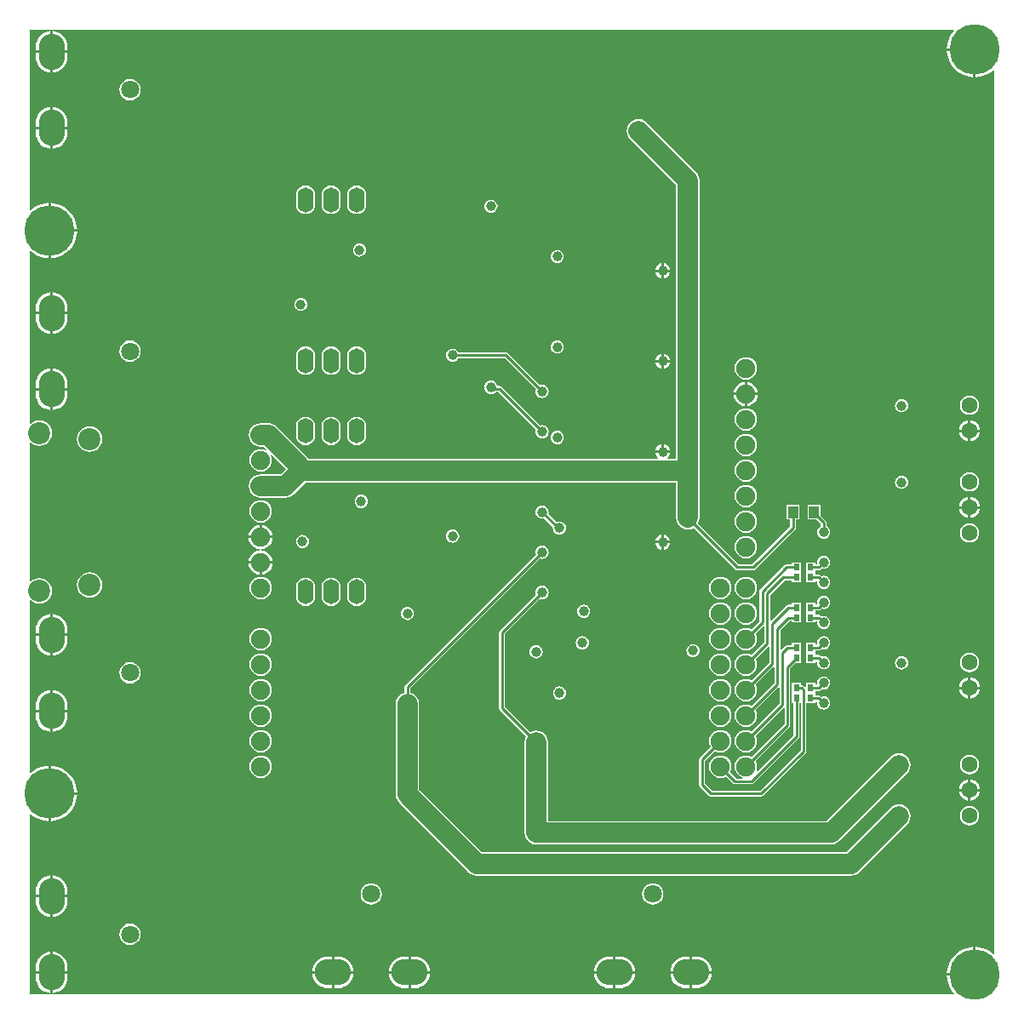
<source format=gtl>
G04*
G04 #@! TF.GenerationSoftware,Altium Limited,Altium Designer,19.0.10 (269)*
G04*
G04 Layer_Physical_Order=1*
G04 Layer_Color=255*
%FSLAX25Y25*%
%MOIN*%
G70*
G01*
G75*
%ADD13C,0.01000*%
%ADD15R,0.02362X0.02756*%
%ADD16R,0.03937X0.04724*%
%ADD17C,0.03937*%
%ADD18C,0.08661*%
%ADD19O,0.06299X0.09843*%
%ADD20C,0.07087*%
%ADD21O,0.14173X0.10236*%
%ADD22O,0.10236X0.14173*%
%ADD23C,0.07500*%
%ADD24C,0.06299*%
%ADD25C,0.19685*%
%ADD26C,0.07874*%
G36*
X369992Y385327D02*
X369154Y384346D01*
X368262Y382890D01*
X367609Y381314D01*
X367211Y379654D01*
X367116Y378453D01*
X377953D01*
Y377953D01*
X378453D01*
Y367116D01*
X379654Y367211D01*
X381314Y367609D01*
X382890Y368262D01*
X384346Y369154D01*
X385327Y369992D01*
X385827Y369761D01*
X385827Y23939D01*
X385327Y23709D01*
X384346Y24547D01*
X382890Y25439D01*
X381314Y26092D01*
X379654Y26490D01*
X378453Y26585D01*
Y15748D01*
X377953D01*
Y15248D01*
X367116D01*
X367211Y14047D01*
X367609Y12387D01*
X368262Y10810D01*
X369154Y9355D01*
X369992Y8374D01*
X369761Y7874D01*
X7874Y7874D01*
Y78423D01*
X8374Y78653D01*
X9355Y77815D01*
X10810Y76924D01*
X12387Y76270D01*
X14047Y75872D01*
X15248Y75778D01*
Y86614D01*
Y97451D01*
X14047Y97356D01*
X12387Y96958D01*
X10810Y96305D01*
X9355Y95413D01*
X8374Y94575D01*
X7874Y94806D01*
Y162220D01*
X8374Y162359D01*
X9321Y161632D01*
X10522Y161135D01*
X11811Y160965D01*
X13100Y161135D01*
X14301Y161632D01*
X15332Y162424D01*
X16124Y163455D01*
X16621Y164656D01*
X16791Y165945D01*
X16621Y167234D01*
X16124Y168435D01*
X15332Y169466D01*
X14301Y170257D01*
X13100Y170755D01*
X11811Y170924D01*
X10522Y170755D01*
X9321Y170257D01*
X8374Y169530D01*
X7874Y169669D01*
X7874Y224031D01*
X8374Y224170D01*
X9321Y223443D01*
X10522Y222946D01*
X11811Y222776D01*
X13100Y222946D01*
X14301Y223443D01*
X15332Y224235D01*
X16124Y225266D01*
X16621Y226467D01*
X16791Y227756D01*
X16621Y229045D01*
X16124Y230246D01*
X15332Y231277D01*
X14301Y232068D01*
X13100Y232566D01*
X11811Y232735D01*
X10522Y232566D01*
X9321Y232068D01*
X8374Y231342D01*
X7874Y231481D01*
Y298895D01*
X8374Y299126D01*
X9355Y298288D01*
X10810Y297396D01*
X12387Y296743D01*
X14047Y296344D01*
X15248Y296250D01*
Y307087D01*
Y317923D01*
X14047Y317829D01*
X12387Y317430D01*
X10810Y316777D01*
X9355Y315885D01*
X8374Y315048D01*
X7874Y315278D01*
Y385827D01*
X369761Y385827D01*
X369992Y385327D01*
D02*
G37*
%LPC*%
G36*
X17035Y385232D02*
Y377665D01*
X22683D01*
Y379134D01*
X22565Y380333D01*
X22215Y381487D01*
X21647Y382549D01*
X20883Y383481D01*
X19951Y384245D01*
X18888Y384814D01*
X17735Y385163D01*
X17035Y385232D01*
D02*
G37*
G36*
X16035Y385232D02*
X15336Y385163D01*
X14183Y384814D01*
X13120Y384245D01*
X12188Y383481D01*
X11424Y382549D01*
X10856Y381487D01*
X10506Y380333D01*
X10388Y379134D01*
Y377665D01*
X16035D01*
Y385232D01*
D02*
G37*
G36*
Y376665D02*
X10388D01*
Y375197D01*
X10506Y373997D01*
X10856Y372844D01*
X11424Y371781D01*
X12188Y370850D01*
X13120Y370085D01*
X14183Y369517D01*
X15336Y369167D01*
X16035Y369098D01*
Y376665D01*
D02*
G37*
G36*
X22683D02*
X17035D01*
Y369098D01*
X17735Y369167D01*
X18888Y369517D01*
X19951Y370085D01*
X20883Y370850D01*
X21647Y371781D01*
X22215Y372844D01*
X22565Y373997D01*
X22683Y375197D01*
Y376665D01*
D02*
G37*
G36*
X377453Y377453D02*
X367116D01*
X367211Y376251D01*
X367609Y374592D01*
X368262Y373015D01*
X369154Y371560D01*
X370262Y370262D01*
X371560Y369154D01*
X373015Y368262D01*
X374592Y367609D01*
X376251Y367211D01*
X377453Y367116D01*
Y377453D01*
D02*
G37*
G36*
X47244Y366390D02*
X46161Y366248D01*
X45151Y365829D01*
X44285Y365164D01*
X43619Y364297D01*
X43201Y363288D01*
X43059Y362205D01*
X43201Y361122D01*
X43619Y360112D01*
X44285Y359245D01*
X45151Y358580D01*
X46161Y358162D01*
X47244Y358019D01*
X48327Y358162D01*
X49337Y358580D01*
X50204Y359245D01*
X50869Y360112D01*
X51287Y361122D01*
X51429Y362205D01*
X51287Y363288D01*
X50869Y364297D01*
X50204Y365164D01*
X49337Y365829D01*
X48327Y366248D01*
X47244Y366390D01*
D02*
G37*
G36*
X17035Y355311D02*
Y347744D01*
X22683D01*
Y349213D01*
X22565Y350412D01*
X22215Y351565D01*
X21647Y352628D01*
X20883Y353560D01*
X19951Y354324D01*
X18888Y354892D01*
X17735Y355242D01*
X17035Y355311D01*
D02*
G37*
G36*
X16035D02*
X15336Y355242D01*
X14183Y354892D01*
X13120Y354324D01*
X12188Y353560D01*
X11424Y352628D01*
X10856Y351565D01*
X10506Y350412D01*
X10388Y349213D01*
Y347744D01*
X16035D01*
Y355311D01*
D02*
G37*
G36*
Y346744D02*
X10388D01*
Y345276D01*
X10506Y344076D01*
X10856Y342923D01*
X11424Y341860D01*
X12188Y340929D01*
X13120Y340164D01*
X14183Y339596D01*
X15336Y339246D01*
X16035Y339177D01*
Y346744D01*
D02*
G37*
G36*
X22683D02*
X17035D01*
Y339177D01*
X17735Y339246D01*
X18888Y339596D01*
X19951Y340164D01*
X20883Y340929D01*
X21647Y341860D01*
X22215Y342923D01*
X22565Y344076D01*
X22683Y345276D01*
Y346744D01*
D02*
G37*
G36*
X188602Y319152D02*
X187930Y319064D01*
X187304Y318804D01*
X186766Y318391D01*
X186353Y317854D01*
X186094Y317227D01*
X186005Y316555D01*
X186094Y315883D01*
X186353Y315257D01*
X186766Y314719D01*
X187304Y314306D01*
X187930Y314047D01*
X188602Y313958D01*
X189275Y314047D01*
X189901Y314306D01*
X190439Y314719D01*
X190851Y315257D01*
X191111Y315883D01*
X191199Y316555D01*
X191111Y317227D01*
X190851Y317854D01*
X190439Y318391D01*
X189901Y318804D01*
X189275Y319064D01*
X188602Y319152D01*
D02*
G37*
G36*
X135984Y324694D02*
X135004Y324565D01*
X134090Y324186D01*
X133306Y323584D01*
X132703Y322800D01*
X132325Y321886D01*
X132196Y320905D01*
Y317362D01*
X132325Y316382D01*
X132703Y315468D01*
X133306Y314683D01*
X134090Y314081D01*
X135004Y313703D01*
X135984Y313574D01*
X136965Y313703D01*
X137878Y314081D01*
X138663Y314683D01*
X139265Y315468D01*
X139644Y316382D01*
X139773Y317362D01*
Y320905D01*
X139644Y321886D01*
X139265Y322800D01*
X138663Y323584D01*
X137878Y324186D01*
X136965Y324565D01*
X135984Y324694D01*
D02*
G37*
G36*
X125984D02*
X125004Y324565D01*
X124090Y324186D01*
X123305Y323584D01*
X122704Y322800D01*
X122325Y321886D01*
X122196Y320905D01*
Y317362D01*
X122325Y316382D01*
X122704Y315468D01*
X123305Y314683D01*
X124090Y314081D01*
X125004Y313703D01*
X125984Y313574D01*
X126965Y313703D01*
X127878Y314081D01*
X128663Y314683D01*
X129265Y315468D01*
X129643Y316382D01*
X129773Y317362D01*
Y320905D01*
X129643Y321886D01*
X129265Y322800D01*
X128663Y323584D01*
X127878Y324186D01*
X126965Y324565D01*
X125984Y324694D01*
D02*
G37*
G36*
X115984D02*
X115004Y324565D01*
X114090Y324186D01*
X113305Y323584D01*
X112704Y322800D01*
X112325Y321886D01*
X112196Y320905D01*
Y317362D01*
X112325Y316382D01*
X112704Y315468D01*
X113305Y314683D01*
X114090Y314081D01*
X115004Y313703D01*
X115984Y313574D01*
X116965Y313703D01*
X117878Y314081D01*
X118663Y314683D01*
X119265Y315468D01*
X119643Y316382D01*
X119773Y317362D01*
Y320905D01*
X119643Y321886D01*
X119265Y322800D01*
X118663Y323584D01*
X117878Y324186D01*
X116965Y324565D01*
X115984Y324694D01*
D02*
G37*
G36*
X16248Y317923D02*
Y307587D01*
X26585D01*
X26490Y308788D01*
X26092Y310448D01*
X25439Y312024D01*
X24547Y313479D01*
X23439Y314777D01*
X22141Y315885D01*
X20686Y316777D01*
X19109Y317430D01*
X17449Y317829D01*
X16248Y317923D01*
D02*
G37*
G36*
X137146Y302046D02*
X136474Y301957D01*
X135847Y301698D01*
X135309Y301285D01*
X134897Y300747D01*
X134637Y300121D01*
X134549Y299449D01*
X134637Y298777D01*
X134897Y298150D01*
X135309Y297612D01*
X135847Y297200D01*
X136474Y296940D01*
X137146Y296852D01*
X137818Y296940D01*
X138444Y297200D01*
X138982Y297612D01*
X139395Y298150D01*
X139654Y298777D01*
X139743Y299449D01*
X139654Y300121D01*
X139395Y300747D01*
X138982Y301285D01*
X138444Y301698D01*
X137818Y301957D01*
X137146Y302046D01*
D02*
G37*
G36*
X26585Y306587D02*
X16248D01*
Y296250D01*
X17449Y296344D01*
X19109Y296743D01*
X20686Y297396D01*
X22141Y298288D01*
X23439Y299396D01*
X24547Y300694D01*
X25439Y302149D01*
X26092Y303726D01*
X26490Y305385D01*
X26585Y306587D01*
D02*
G37*
G36*
X214567Y299487D02*
X213895Y299398D01*
X213268Y299139D01*
X212731Y298726D01*
X212318Y298188D01*
X212058Y297562D01*
X211970Y296890D01*
X212058Y296218D01*
X212318Y295591D01*
X212731Y295053D01*
X213268Y294641D01*
X213895Y294381D01*
X214567Y294293D01*
X215239Y294381D01*
X215865Y294641D01*
X216403Y295053D01*
X216816Y295591D01*
X217075Y296218D01*
X217164Y296890D01*
X217075Y297562D01*
X216816Y298188D01*
X216403Y298726D01*
X215865Y299139D01*
X215239Y299398D01*
X214567Y299487D01*
D02*
G37*
G36*
X256405Y294267D02*
Y291839D01*
X258834D01*
X258798Y292113D01*
X258499Y292836D01*
X258023Y293456D01*
X257403Y293932D01*
X256680Y294231D01*
X256405Y294267D01*
D02*
G37*
G36*
X255405D02*
X255131Y294231D01*
X254408Y293932D01*
X253788Y293456D01*
X253312Y292836D01*
X253013Y292113D01*
X252977Y291839D01*
X255405D01*
Y294267D01*
D02*
G37*
G36*
X258834Y290839D02*
X256405D01*
Y288410D01*
X256680Y288446D01*
X257403Y288746D01*
X258023Y289221D01*
X258499Y289842D01*
X258798Y290564D01*
X258834Y290839D01*
D02*
G37*
G36*
X255405D02*
X252977D01*
X253013Y290564D01*
X253312Y289842D01*
X253788Y289221D01*
X254408Y288746D01*
X255131Y288446D01*
X255405Y288410D01*
Y290839D01*
D02*
G37*
G36*
X114173Y280747D02*
X113501Y280658D01*
X112875Y280399D01*
X112337Y279986D01*
X111924Y279448D01*
X111665Y278822D01*
X111576Y278150D01*
X111665Y277477D01*
X111924Y276851D01*
X112337Y276313D01*
X112875Y275901D01*
X113501Y275641D01*
X114173Y275553D01*
X114845Y275641D01*
X115472Y275901D01*
X116010Y276313D01*
X116422Y276851D01*
X116682Y277477D01*
X116770Y278150D01*
X116682Y278822D01*
X116422Y279448D01*
X116010Y279986D01*
X115472Y280399D01*
X114845Y280658D01*
X114173Y280747D01*
D02*
G37*
G36*
X17035Y282870D02*
Y275303D01*
X22683D01*
Y276772D01*
X22565Y277971D01*
X22215Y279124D01*
X21647Y280187D01*
X20883Y281119D01*
X19951Y281883D01*
X18888Y282451D01*
X17735Y282801D01*
X17035Y282870D01*
D02*
G37*
G36*
X16035D02*
X15336Y282801D01*
X14183Y282451D01*
X13120Y281883D01*
X12188Y281119D01*
X11424Y280187D01*
X10856Y279124D01*
X10506Y277971D01*
X10388Y276772D01*
Y275303D01*
X16035D01*
Y282870D01*
D02*
G37*
G36*
X22683Y274303D02*
X17035D01*
Y266736D01*
X17735Y266805D01*
X18888Y267155D01*
X19951Y267723D01*
X20883Y268488D01*
X21647Y269419D01*
X22215Y270482D01*
X22565Y271635D01*
X22683Y272835D01*
Y274303D01*
D02*
G37*
G36*
X16035D02*
X10388D01*
Y272835D01*
X10506Y271635D01*
X10856Y270482D01*
X11424Y269419D01*
X12188Y268488D01*
X13120Y267723D01*
X14183Y267155D01*
X15336Y266805D01*
X16035Y266736D01*
Y274303D01*
D02*
G37*
G36*
X214567Y264054D02*
X213895Y263965D01*
X213268Y263706D01*
X212731Y263293D01*
X212318Y262755D01*
X212058Y262129D01*
X211970Y261457D01*
X212058Y260785D01*
X212318Y260158D01*
X212731Y259620D01*
X213268Y259208D01*
X213895Y258948D01*
X214567Y258860D01*
X215239Y258948D01*
X215865Y259208D01*
X216403Y259620D01*
X216816Y260158D01*
X217075Y260785D01*
X217164Y261457D01*
X217075Y262129D01*
X216816Y262755D01*
X216403Y263293D01*
X215865Y263706D01*
X215239Y263965D01*
X214567Y264054D01*
D02*
G37*
G36*
X256405Y258834D02*
Y256405D01*
X258834D01*
X258798Y256680D01*
X258499Y257403D01*
X258023Y258023D01*
X257403Y258499D01*
X256680Y258798D01*
X256405Y258834D01*
D02*
G37*
G36*
X255405D02*
X255131Y258798D01*
X254408Y258499D01*
X253788Y258023D01*
X253312Y257403D01*
X253013Y256680D01*
X252977Y256405D01*
X255405D01*
Y258834D01*
D02*
G37*
G36*
X47244Y264028D02*
X46161Y263885D01*
X45151Y263467D01*
X44285Y262802D01*
X43619Y261935D01*
X43201Y260926D01*
X43059Y259842D01*
X43201Y258759D01*
X43619Y257750D01*
X44285Y256883D01*
X45151Y256218D01*
X46161Y255800D01*
X47244Y255657D01*
X48327Y255800D01*
X49337Y256218D01*
X50204Y256883D01*
X50869Y257750D01*
X51287Y258759D01*
X51429Y259842D01*
X51287Y260926D01*
X50869Y261935D01*
X50204Y262802D01*
X49337Y263467D01*
X48327Y263885D01*
X47244Y264028D01*
D02*
G37*
G36*
X258834Y255405D02*
X256405D01*
Y252977D01*
X256680Y253013D01*
X257403Y253312D01*
X258023Y253788D01*
X258499Y254408D01*
X258798Y255131D01*
X258834Y255405D01*
D02*
G37*
G36*
X255405D02*
X252977D01*
X253013Y255131D01*
X253312Y254408D01*
X253788Y253788D01*
X254408Y253312D01*
X255131Y253013D01*
X255405Y252977D01*
Y255405D01*
D02*
G37*
G36*
X135984Y261702D02*
X135004Y261573D01*
X134090Y261194D01*
X133306Y260592D01*
X132703Y259807D01*
X132325Y258894D01*
X132196Y257913D01*
Y254370D01*
X132325Y253390D01*
X132703Y252476D01*
X133306Y251691D01*
X134090Y251089D01*
X135004Y250711D01*
X135984Y250582D01*
X136965Y250711D01*
X137878Y251089D01*
X138663Y251691D01*
X139265Y252476D01*
X139644Y253390D01*
X139773Y254370D01*
Y257913D01*
X139644Y258894D01*
X139265Y259807D01*
X138663Y260592D01*
X137878Y261194D01*
X136965Y261573D01*
X135984Y261702D01*
D02*
G37*
G36*
X125984D02*
X125004Y261573D01*
X124090Y261194D01*
X123305Y260592D01*
X122704Y259807D01*
X122325Y258894D01*
X122196Y257913D01*
Y254370D01*
X122325Y253390D01*
X122704Y252476D01*
X123305Y251691D01*
X124090Y251089D01*
X125004Y250711D01*
X125984Y250582D01*
X126965Y250711D01*
X127878Y251089D01*
X128663Y251691D01*
X129265Y252476D01*
X129643Y253390D01*
X129773Y254370D01*
Y257913D01*
X129643Y258894D01*
X129265Y259807D01*
X128663Y260592D01*
X127878Y261194D01*
X126965Y261573D01*
X125984Y261702D01*
D02*
G37*
G36*
X115984D02*
X115004Y261573D01*
X114090Y261194D01*
X113305Y260592D01*
X112704Y259807D01*
X112325Y258894D01*
X112196Y257913D01*
Y254370D01*
X112325Y253390D01*
X112704Y252476D01*
X113305Y251691D01*
X114090Y251089D01*
X115004Y250711D01*
X115984Y250582D01*
X116965Y250711D01*
X117878Y251089D01*
X118663Y251691D01*
X119265Y252476D01*
X119643Y253390D01*
X119773Y254370D01*
Y257913D01*
X119643Y258894D01*
X119265Y259807D01*
X118663Y260592D01*
X117878Y261194D01*
X116965Y261573D01*
X115984Y261702D01*
D02*
G37*
G36*
X288425Y257481D02*
X287288Y257331D01*
X286228Y256892D01*
X285318Y256194D01*
X284620Y255284D01*
X284181Y254224D01*
X284031Y253087D01*
X284181Y251949D01*
X284620Y250890D01*
X285318Y249980D01*
X286228Y249281D01*
X287288Y248842D01*
X288425Y248693D01*
X289562Y248842D01*
X290622Y249281D01*
X291532Y249980D01*
X292230Y250890D01*
X292669Y251949D01*
X292819Y253087D01*
X292669Y254224D01*
X292230Y255284D01*
X291532Y256194D01*
X290622Y256892D01*
X289562Y257331D01*
X288425Y257481D01*
D02*
G37*
G36*
X17035Y252949D02*
Y245382D01*
X22683D01*
Y246850D01*
X22565Y248050D01*
X22215Y249203D01*
X21647Y250266D01*
X20883Y251198D01*
X19951Y251962D01*
X18888Y252530D01*
X17735Y252880D01*
X17035Y252949D01*
D02*
G37*
G36*
X16035D02*
X15336Y252880D01*
X14183Y252530D01*
X13120Y251962D01*
X12188Y251198D01*
X11424Y250266D01*
X10856Y249203D01*
X10506Y248050D01*
X10388Y246850D01*
Y245382D01*
X16035D01*
Y252949D01*
D02*
G37*
G36*
X288925Y247812D02*
Y243587D01*
X293150D01*
X293053Y244327D01*
X292574Y245482D01*
X291813Y246474D01*
X290821Y247236D01*
X289665Y247714D01*
X288925Y247812D01*
D02*
G37*
G36*
X287925Y247812D02*
X287185Y247714D01*
X286030Y247236D01*
X285037Y246474D01*
X284276Y245482D01*
X283798Y244327D01*
X283700Y243587D01*
X287925D01*
Y247812D01*
D02*
G37*
G36*
X173602Y260845D02*
X172930Y260757D01*
X172304Y260497D01*
X171766Y260084D01*
X171353Y259546D01*
X171094Y258920D01*
X171005Y258248D01*
X171094Y257576D01*
X171353Y256949D01*
X171766Y256412D01*
X172304Y255999D01*
X172930Y255739D01*
X173602Y255651D01*
X174275Y255739D01*
X174901Y255999D01*
X175439Y256412D01*
X175851Y256949D01*
X175922Y257120D01*
X194041D01*
X206224Y244937D01*
X206153Y244767D01*
X206064Y244094D01*
X206153Y243422D01*
X206412Y242796D01*
X206825Y242258D01*
X207363Y241845D01*
X207989Y241586D01*
X208661Y241497D01*
X209334Y241586D01*
X209960Y241845D01*
X210498Y242258D01*
X210911Y242796D01*
X211170Y243422D01*
X211258Y244094D01*
X211170Y244767D01*
X210911Y245393D01*
X210498Y245931D01*
X209960Y246344D01*
X209334Y246603D01*
X208661Y246691D01*
X207989Y246603D01*
X207819Y246532D01*
X195306Y259046D01*
X194940Y259290D01*
X194508Y259376D01*
X194508Y259376D01*
X175922D01*
X175851Y259546D01*
X175439Y260084D01*
X174901Y260497D01*
X174275Y260757D01*
X173602Y260845D01*
D02*
G37*
G36*
X293150Y242587D02*
X288925D01*
Y238362D01*
X289665Y238459D01*
X290821Y238937D01*
X291813Y239699D01*
X292574Y240691D01*
X293053Y241847D01*
X293150Y242587D01*
D02*
G37*
G36*
X287925D02*
X283700D01*
X283798Y241847D01*
X284276Y240691D01*
X285037Y239699D01*
X286030Y238937D01*
X287185Y238459D01*
X287925Y238361D01*
Y242587D01*
D02*
G37*
G36*
X16035Y244382D02*
X10388D01*
Y242913D01*
X10506Y241714D01*
X10856Y240561D01*
X11424Y239498D01*
X12188Y238566D01*
X13120Y237802D01*
X14183Y237234D01*
X15336Y236884D01*
X16035Y236815D01*
Y244382D01*
D02*
G37*
G36*
X22683D02*
X17035D01*
Y236815D01*
X17735Y236884D01*
X18888Y237234D01*
X19951Y237802D01*
X20883Y238566D01*
X21647Y239498D01*
X22215Y240561D01*
X22565Y241714D01*
X22683Y242913D01*
Y244382D01*
D02*
G37*
G36*
X349410Y241091D02*
X348737Y241003D01*
X348111Y240743D01*
X347573Y240331D01*
X347160Y239793D01*
X346901Y239166D01*
X346812Y238494D01*
X346901Y237822D01*
X347160Y237196D01*
X347573Y236658D01*
X348111Y236245D01*
X348737Y235986D01*
X349410Y235897D01*
X350082Y235986D01*
X350708Y236245D01*
X351246Y236658D01*
X351659Y237196D01*
X351918Y237822D01*
X352007Y238494D01*
X351918Y239166D01*
X351659Y239793D01*
X351246Y240331D01*
X350708Y240743D01*
X350082Y241003D01*
X349410Y241091D01*
D02*
G37*
G36*
X375984Y242450D02*
X375004Y242321D01*
X374090Y241942D01*
X373306Y241340D01*
X372704Y240556D01*
X372325Y239642D01*
X372196Y238661D01*
X372325Y237681D01*
X372704Y236767D01*
X373306Y235983D01*
X374090Y235381D01*
X375004Y235002D01*
X375984Y234873D01*
X376965Y235002D01*
X377878Y235381D01*
X378663Y235983D01*
X379265Y236767D01*
X379644Y237681D01*
X379773Y238661D01*
X379644Y239642D01*
X379265Y240556D01*
X378663Y241340D01*
X377878Y241942D01*
X376965Y242321D01*
X375984Y242450D01*
D02*
G37*
G36*
X376484Y232781D02*
Y229161D01*
X380104D01*
X380027Y229745D01*
X379609Y230754D01*
X378944Y231621D01*
X378077Y232286D01*
X377067Y232704D01*
X376484Y232781D01*
D02*
G37*
G36*
X375484Y232781D02*
X374901Y232704D01*
X373891Y232286D01*
X373025Y231621D01*
X372360Y230754D01*
X371941Y229745D01*
X371865Y229161D01*
X375484D01*
Y232781D01*
D02*
G37*
G36*
X288425Y237480D02*
X287288Y237331D01*
X286228Y236892D01*
X285318Y236194D01*
X284620Y235284D01*
X284181Y234224D01*
X284031Y233087D01*
X284181Y231949D01*
X284620Y230890D01*
X285318Y229980D01*
X286228Y229281D01*
X287288Y228842D01*
X288425Y228693D01*
X289562Y228842D01*
X290622Y229281D01*
X291532Y229980D01*
X292230Y230890D01*
X292669Y231949D01*
X292819Y233087D01*
X292669Y234224D01*
X292230Y235284D01*
X291532Y236194D01*
X290622Y236892D01*
X289562Y237331D01*
X288425Y237480D01*
D02*
G37*
G36*
X188602Y248286D02*
X187930Y248198D01*
X187304Y247938D01*
X186766Y247525D01*
X186353Y246988D01*
X186094Y246361D01*
X186005Y245689D01*
X186094Y245017D01*
X186353Y244391D01*
X186766Y243853D01*
X187304Y243440D01*
X187930Y243180D01*
X188602Y243092D01*
X189275Y243180D01*
X189901Y243440D01*
X190439Y243853D01*
X190551Y243999D01*
X191414D01*
X206224Y229189D01*
X206153Y229019D01*
X206064Y228346D01*
X206153Y227674D01*
X206412Y227048D01*
X206825Y226510D01*
X207363Y226097D01*
X207989Y225838D01*
X208661Y225749D01*
X209334Y225838D01*
X209960Y226097D01*
X210498Y226510D01*
X210911Y227048D01*
X211170Y227674D01*
X211258Y228346D01*
X211170Y229019D01*
X210911Y229645D01*
X210498Y230183D01*
X209960Y230596D01*
X209334Y230855D01*
X208661Y230943D01*
X207989Y230855D01*
X207819Y230784D01*
X192678Y245925D01*
X192313Y246169D01*
X191881Y246255D01*
X191881Y246255D01*
X191125D01*
X191111Y246361D01*
X190851Y246988D01*
X190439Y247525D01*
X189901Y247938D01*
X189275Y248198D01*
X188602Y248286D01*
D02*
G37*
G36*
X380104Y228161D02*
X376484D01*
Y224542D01*
X377067Y224619D01*
X378077Y225037D01*
X378944Y225702D01*
X379609Y226569D01*
X380027Y227578D01*
X380104Y228161D01*
D02*
G37*
G36*
X375484D02*
X371865D01*
X371941Y227578D01*
X372360Y226569D01*
X373025Y225702D01*
X373891Y225037D01*
X374901Y224619D01*
X375484Y224542D01*
Y228161D01*
D02*
G37*
G36*
X214567Y228621D02*
X213895Y228532D01*
X213268Y228273D01*
X212731Y227860D01*
X212318Y227322D01*
X212058Y226696D01*
X211970Y226024D01*
X212058Y225352D01*
X212318Y224725D01*
X212731Y224187D01*
X213268Y223775D01*
X213895Y223515D01*
X214567Y223427D01*
X215239Y223515D01*
X215865Y223775D01*
X216403Y224187D01*
X216816Y224725D01*
X217075Y225352D01*
X217164Y226024D01*
X217075Y226696D01*
X216816Y227322D01*
X216403Y227860D01*
X215865Y228273D01*
X215239Y228532D01*
X214567Y228621D01*
D02*
G37*
G36*
X135984Y234143D02*
X135004Y234014D01*
X134090Y233635D01*
X133306Y233033D01*
X132703Y232248D01*
X132325Y231335D01*
X132196Y230354D01*
Y226811D01*
X132325Y225831D01*
X132703Y224917D01*
X133306Y224132D01*
X134090Y223530D01*
X135004Y223152D01*
X135984Y223023D01*
X136965Y223152D01*
X137878Y223530D01*
X138663Y224132D01*
X139265Y224917D01*
X139644Y225831D01*
X139773Y226811D01*
Y230354D01*
X139644Y231335D01*
X139265Y232248D01*
X138663Y233033D01*
X137878Y233635D01*
X136965Y234014D01*
X135984Y234143D01*
D02*
G37*
G36*
X125984D02*
X125004Y234014D01*
X124090Y233635D01*
X123305Y233033D01*
X122704Y232248D01*
X122325Y231335D01*
X122196Y230354D01*
Y226811D01*
X122325Y225831D01*
X122704Y224917D01*
X123305Y224132D01*
X124090Y223530D01*
X125004Y223152D01*
X125984Y223023D01*
X126965Y223152D01*
X127878Y223530D01*
X128663Y224132D01*
X129265Y224917D01*
X129643Y225831D01*
X129773Y226811D01*
Y230354D01*
X129643Y231335D01*
X129265Y232248D01*
X128663Y233033D01*
X127878Y233635D01*
X126965Y234014D01*
X125984Y234143D01*
D02*
G37*
G36*
X115984D02*
X115004Y234014D01*
X114090Y233635D01*
X113305Y233033D01*
X112704Y232248D01*
X112325Y231335D01*
X112196Y230354D01*
Y226811D01*
X112325Y225831D01*
X112704Y224917D01*
X113305Y224132D01*
X114090Y223530D01*
X115004Y223152D01*
X115984Y223023D01*
X116965Y223152D01*
X117878Y223530D01*
X118663Y224132D01*
X119265Y224917D01*
X119643Y225831D01*
X119773Y226811D01*
Y230354D01*
X119643Y231335D01*
X119265Y232248D01*
X118663Y233033D01*
X117878Y233635D01*
X116965Y234014D01*
X115984Y234143D01*
D02*
G37*
G36*
X256405Y223401D02*
Y220972D01*
X258834D01*
X258798Y221247D01*
X258499Y221970D01*
X258023Y222590D01*
X257403Y223065D01*
X256680Y223364D01*
X256405Y223401D01*
D02*
G37*
G36*
X255405D02*
X255131Y223364D01*
X254408Y223065D01*
X253788Y222590D01*
X253312Y221970D01*
X253013Y221247D01*
X252977Y220972D01*
X255405D01*
Y223401D01*
D02*
G37*
G36*
X31496Y230373D02*
X30207Y230204D01*
X29006Y229706D01*
X27975Y228915D01*
X27184Y227884D01*
X26686Y226682D01*
X26516Y225394D01*
X26686Y224105D01*
X27184Y222904D01*
X27975Y221873D01*
X29006Y221081D01*
X30207Y220584D01*
X31496Y220414D01*
X32785Y220584D01*
X33986Y221081D01*
X35017Y221873D01*
X35809Y222904D01*
X36306Y224105D01*
X36476Y225394D01*
X36306Y226682D01*
X35809Y227884D01*
X35017Y228915D01*
X33986Y229706D01*
X32785Y230204D01*
X31496Y230373D01*
D02*
G37*
G36*
X288425Y227481D02*
X287288Y227331D01*
X286228Y226892D01*
X285318Y226194D01*
X284620Y225284D01*
X284181Y224224D01*
X284031Y223087D01*
X284181Y221949D01*
X284620Y220890D01*
X285318Y219980D01*
X286228Y219281D01*
X287288Y218842D01*
X288425Y218693D01*
X289562Y218842D01*
X290622Y219281D01*
X291532Y219980D01*
X292230Y220890D01*
X292669Y221949D01*
X292819Y223087D01*
X292669Y224224D01*
X292230Y225284D01*
X291532Y226194D01*
X290622Y226892D01*
X289562Y227331D01*
X288425Y227481D01*
D02*
G37*
G36*
X246417Y350685D02*
X245231Y350529D01*
X244126Y350071D01*
X243177Y349343D01*
X242449Y348394D01*
X241991Y347288D01*
X241835Y346102D01*
X241991Y344916D01*
X242449Y343811D01*
X243177Y342862D01*
X261165Y324873D01*
Y300827D01*
Y217669D01*
X257950D01*
X257780Y218169D01*
X258023Y218355D01*
X258499Y218975D01*
X258798Y219697D01*
X258834Y219972D01*
X252977D01*
X253013Y219697D01*
X253312Y218975D01*
X253788Y218355D01*
X254031Y218169D01*
X253861Y217669D01*
X117428D01*
X117394Y217713D01*
X104780Y230327D01*
X103831Y231055D01*
X102726Y231513D01*
X102133Y231591D01*
X101540Y231669D01*
X98425D01*
X97239Y231513D01*
X96134Y231055D01*
X95185Y230327D01*
X94457Y229378D01*
X93999Y228273D01*
X93843Y227087D01*
X93999Y225901D01*
X94457Y224795D01*
X95185Y223846D01*
X96134Y223118D01*
X97239Y222660D01*
X98425Y222504D01*
X99641D01*
X100776Y221369D01*
X100493Y220945D01*
X99562Y221331D01*
X98425Y221480D01*
X97288Y221331D01*
X96228Y220892D01*
X95318Y220194D01*
X94620Y219284D01*
X94181Y218224D01*
X94031Y217087D01*
X94181Y215949D01*
X94620Y214890D01*
X95318Y213980D01*
X96228Y213281D01*
X97288Y212842D01*
X98425Y212693D01*
X99562Y212842D01*
X100622Y213281D01*
X101532Y213980D01*
X102230Y214890D01*
X102669Y215949D01*
X102819Y217087D01*
X102669Y218224D01*
X102284Y219155D01*
X102708Y219438D01*
X108366Y213779D01*
X106256Y211669D01*
X98425D01*
X97239Y211513D01*
X96134Y211055D01*
X95185Y210327D01*
X94457Y209378D01*
X93999Y208273D01*
X93843Y207087D01*
X93999Y205901D01*
X94457Y204795D01*
X95185Y203846D01*
X96134Y203118D01*
X97239Y202660D01*
X98425Y202504D01*
X108154D01*
X109340Y202660D01*
X110445Y203118D01*
X111394Y203846D01*
X116052Y208504D01*
X261165D01*
Y194528D01*
X261322Y193342D01*
X261779Y192236D01*
X262508Y191287D01*
X263457Y190559D01*
X264562Y190101D01*
X265748Y189945D01*
X266934Y190101D01*
X268039Y190559D01*
X268086Y190595D01*
X284281Y174399D01*
X284281Y174399D01*
X284647Y174155D01*
X285079Y174069D01*
X285079Y174069D01*
X291338D01*
X291339Y174069D01*
X291770Y174155D01*
X292136Y174399D01*
X307687Y189950D01*
X307932Y190316D01*
X308018Y190748D01*
X308018Y190748D01*
Y193882D01*
X309465D01*
Y199819D01*
X304315D01*
Y193882D01*
X305762D01*
Y191215D01*
X290871Y176325D01*
X285546D01*
X269681Y192190D01*
X269717Y192236D01*
X270174Y193342D01*
X270331Y194528D01*
Y213087D01*
Y300827D01*
Y326772D01*
X270174Y327958D01*
X269717Y329063D01*
X268988Y330012D01*
X249658Y349343D01*
X248709Y350071D01*
X247603Y350529D01*
X246417Y350685D01*
D02*
G37*
G36*
X288425Y217480D02*
X287288Y217331D01*
X286228Y216892D01*
X285318Y216194D01*
X284620Y215284D01*
X284181Y214224D01*
X284031Y213087D01*
X284181Y211949D01*
X284620Y210890D01*
X285318Y209980D01*
X286228Y209281D01*
X287288Y208842D01*
X288425Y208693D01*
X289562Y208842D01*
X290622Y209281D01*
X291532Y209980D01*
X292230Y210890D01*
X292669Y211949D01*
X292819Y213087D01*
X292669Y214224D01*
X292230Y215284D01*
X291532Y216194D01*
X290622Y216892D01*
X289562Y217331D01*
X288425Y217480D01*
D02*
G37*
G36*
X349410Y211091D02*
X348737Y211003D01*
X348111Y210743D01*
X347573Y210331D01*
X347160Y209793D01*
X346901Y209166D01*
X346812Y208494D01*
X346901Y207822D01*
X347160Y207196D01*
X347573Y206658D01*
X348111Y206245D01*
X348737Y205986D01*
X349410Y205897D01*
X350082Y205986D01*
X350708Y206245D01*
X351246Y206658D01*
X351659Y207196D01*
X351918Y207822D01*
X352007Y208494D01*
X351918Y209166D01*
X351659Y209793D01*
X351246Y210331D01*
X350708Y210743D01*
X350082Y211003D01*
X349410Y211091D01*
D02*
G37*
G36*
X375984Y212450D02*
X375004Y212321D01*
X374090Y211942D01*
X373306Y211340D01*
X372704Y210556D01*
X372325Y209642D01*
X372196Y208661D01*
X372325Y207681D01*
X372704Y206767D01*
X373306Y205983D01*
X374090Y205381D01*
X375004Y205002D01*
X375984Y204873D01*
X376965Y205002D01*
X377878Y205381D01*
X378663Y205983D01*
X379265Y206767D01*
X379644Y207681D01*
X379773Y208661D01*
X379644Y209642D01*
X379265Y210556D01*
X378663Y211340D01*
X377878Y211942D01*
X376965Y212321D01*
X375984Y212450D01*
D02*
G37*
G36*
X376484Y202781D02*
Y199161D01*
X380104D01*
X380027Y199745D01*
X379609Y200754D01*
X378944Y201621D01*
X378077Y202286D01*
X377067Y202704D01*
X376484Y202781D01*
D02*
G37*
G36*
X375484Y202781D02*
X374901Y202704D01*
X373891Y202286D01*
X373025Y201621D01*
X372360Y200754D01*
X371941Y199745D01*
X371865Y199161D01*
X375484D01*
Y202781D01*
D02*
G37*
G36*
X288425Y207481D02*
X287288Y207331D01*
X286228Y206892D01*
X285318Y206194D01*
X284620Y205284D01*
X284181Y204224D01*
X284031Y203087D01*
X284181Y201949D01*
X284620Y200890D01*
X285318Y199980D01*
X286228Y199281D01*
X287288Y198842D01*
X288425Y198693D01*
X289562Y198842D01*
X290622Y199281D01*
X291532Y199980D01*
X292230Y200890D01*
X292669Y201949D01*
X292819Y203087D01*
X292669Y204224D01*
X292230Y205284D01*
X291532Y206194D01*
X290622Y206892D01*
X289562Y207331D01*
X288425Y207481D01*
D02*
G37*
G36*
X375984Y198661D02*
D01*
D01*
D01*
D02*
G37*
G36*
X137795Y203621D02*
X137123Y203532D01*
X136497Y203273D01*
X135959Y202860D01*
X135546Y202322D01*
X135287Y201696D01*
X135198Y201024D01*
X135287Y200352D01*
X135546Y199725D01*
X135959Y199187D01*
X136497Y198775D01*
X137123Y198515D01*
X137795Y198427D01*
X138467Y198515D01*
X139094Y198775D01*
X139632Y199187D01*
X140044Y199725D01*
X140304Y200352D01*
X140392Y201024D01*
X140304Y201696D01*
X140044Y202322D01*
X139632Y202860D01*
X139094Y203273D01*
X138467Y203532D01*
X137795Y203621D01*
D02*
G37*
G36*
X380104Y198161D02*
X376484D01*
Y194542D01*
X377067Y194619D01*
X378077Y195037D01*
X378944Y195702D01*
X379609Y196569D01*
X380027Y197578D01*
X380104Y198161D01*
D02*
G37*
G36*
X375484D02*
X371865D01*
X371941Y197578D01*
X372360Y196569D01*
X373025Y195702D01*
X373891Y195037D01*
X374901Y194619D01*
X375484Y194542D01*
Y198161D01*
D02*
G37*
G36*
X98425Y201481D02*
X97288Y201331D01*
X96228Y200892D01*
X95318Y200194D01*
X94620Y199284D01*
X94181Y198224D01*
X94031Y197087D01*
X94181Y195949D01*
X94620Y194890D01*
X95318Y193980D01*
X96228Y193281D01*
X97288Y192842D01*
X98425Y192693D01*
X99562Y192842D01*
X100622Y193281D01*
X101532Y193980D01*
X102230Y194890D01*
X102669Y195949D01*
X102819Y197087D01*
X102669Y198224D01*
X102230Y199284D01*
X101532Y200194D01*
X100622Y200892D01*
X99562Y201331D01*
X98425Y201481D01*
D02*
G37*
G36*
X288425Y197480D02*
X287288Y197331D01*
X286228Y196892D01*
X285318Y196194D01*
X284620Y195283D01*
X284181Y194224D01*
X284031Y193087D01*
X284181Y191949D01*
X284620Y190890D01*
X285318Y189980D01*
X286228Y189281D01*
X287288Y188842D01*
X288425Y188693D01*
X289562Y188842D01*
X290622Y189281D01*
X291532Y189980D01*
X292230Y190890D01*
X292669Y191949D01*
X292819Y193087D01*
X292669Y194224D01*
X292230Y195283D01*
X291532Y196194D01*
X290622Y196892D01*
X289562Y197331D01*
X288425Y197480D01*
D02*
G37*
G36*
X208661Y199447D02*
X207989Y199359D01*
X207363Y199100D01*
X206825Y198687D01*
X206412Y198149D01*
X206153Y197523D01*
X206064Y196850D01*
X206153Y196178D01*
X206412Y195552D01*
X206825Y195014D01*
X207363Y194601D01*
X207989Y194342D01*
X208661Y194253D01*
X209334Y194342D01*
X209504Y194413D01*
X212850Y191067D01*
X212787Y190591D01*
X212875Y189918D01*
X213135Y189292D01*
X213547Y188754D01*
X214085Y188341D01*
X214712Y188082D01*
X215384Y187994D01*
X216056Y188082D01*
X216682Y188341D01*
X217220Y188754D01*
X217633Y189292D01*
X217892Y189918D01*
X217981Y190591D01*
X217892Y191263D01*
X217633Y191889D01*
X217220Y192427D01*
X216682Y192840D01*
X216056Y193099D01*
X215384Y193188D01*
X214712Y193099D01*
X214214Y192893D01*
X211099Y196008D01*
X211170Y196178D01*
X211258Y196850D01*
X211170Y197523D01*
X210911Y198149D01*
X210498Y198687D01*
X209960Y199100D01*
X209334Y199359D01*
X208661Y199447D01*
D02*
G37*
G36*
X98925Y191812D02*
Y187587D01*
X103150D01*
X103053Y188327D01*
X102574Y189482D01*
X101813Y190474D01*
X100821Y191236D01*
X99665Y191714D01*
X98925Y191812D01*
D02*
G37*
G36*
X97925D02*
X97185Y191714D01*
X96030Y191236D01*
X95038Y190474D01*
X94276Y189482D01*
X93797Y188327D01*
X93700Y187587D01*
X97925D01*
Y191812D01*
D02*
G37*
G36*
X317732Y199819D02*
X312583D01*
Y193882D01*
X316137D01*
X317770Y192249D01*
Y191296D01*
X317599Y191226D01*
X317061Y190813D01*
X316649Y190275D01*
X316389Y189648D01*
X316301Y188976D01*
X316389Y188304D01*
X316649Y187678D01*
X317061Y187140D01*
X317599Y186727D01*
X318226Y186468D01*
X318898Y186379D01*
X319570Y186468D01*
X320196Y186727D01*
X320734Y187140D01*
X321147Y187678D01*
X321406Y188304D01*
X321495Y188976D01*
X321406Y189648D01*
X321147Y190275D01*
X320734Y190813D01*
X320196Y191226D01*
X320026Y191296D01*
Y192717D01*
X319940Y193148D01*
X319695Y193514D01*
X319695Y193514D01*
X317732Y195477D01*
Y199819D01*
D02*
G37*
G36*
X256405Y187968D02*
Y185539D01*
X258834D01*
X258798Y185814D01*
X258499Y186536D01*
X258023Y187156D01*
X257403Y187632D01*
X256680Y187932D01*
X256405Y187968D01*
D02*
G37*
G36*
X255405D02*
X255131Y187932D01*
X254408Y187632D01*
X253788Y187156D01*
X253312Y186536D01*
X253013Y185814D01*
X252977Y185539D01*
X255405D01*
Y187968D01*
D02*
G37*
G36*
X375984Y192450D02*
X375004Y192321D01*
X374090Y191942D01*
X373306Y191340D01*
X372704Y190556D01*
X372325Y189642D01*
X372196Y188661D01*
X372325Y187681D01*
X372704Y186767D01*
X373306Y185983D01*
X374090Y185381D01*
X375004Y185002D01*
X375984Y184873D01*
X376965Y185002D01*
X377878Y185381D01*
X378663Y185983D01*
X379265Y186767D01*
X379644Y187681D01*
X379773Y188661D01*
X379644Y189642D01*
X379265Y190556D01*
X378663Y191340D01*
X377878Y191942D01*
X376965Y192321D01*
X375984Y192450D01*
D02*
G37*
G36*
X173602Y189979D02*
X172930Y189890D01*
X172304Y189631D01*
X171766Y189218D01*
X171353Y188680D01*
X171094Y188054D01*
X171005Y187382D01*
X171094Y186710D01*
X171353Y186083D01*
X171766Y185546D01*
X172304Y185133D01*
X172930Y184873D01*
X173602Y184785D01*
X174275Y184873D01*
X174901Y185133D01*
X175439Y185546D01*
X175851Y186083D01*
X176111Y186710D01*
X176199Y187382D01*
X176111Y188054D01*
X175851Y188680D01*
X175439Y189218D01*
X174901Y189631D01*
X174275Y189890D01*
X173602Y189979D01*
D02*
G37*
G36*
X114823Y187873D02*
X114151Y187784D01*
X113524Y187525D01*
X112987Y187112D01*
X112574Y186574D01*
X112314Y185948D01*
X112226Y185276D01*
X112314Y184603D01*
X112574Y183977D01*
X112987Y183439D01*
X113524Y183027D01*
X114151Y182767D01*
X114823Y182679D01*
X115495Y182767D01*
X116121Y183027D01*
X116659Y183439D01*
X117072Y183977D01*
X117331Y184603D01*
X117420Y185276D01*
X117331Y185948D01*
X117072Y186574D01*
X116659Y187112D01*
X116121Y187525D01*
X115495Y187784D01*
X114823Y187873D01*
D02*
G37*
G36*
X258834Y184539D02*
X256405D01*
Y182111D01*
X256680Y182147D01*
X257403Y182446D01*
X258023Y182922D01*
X258499Y183542D01*
X258798Y184264D01*
X258834Y184539D01*
D02*
G37*
G36*
X255405D02*
X252977D01*
X253013Y184264D01*
X253312Y183542D01*
X253788Y182922D01*
X254408Y182446D01*
X255131Y182147D01*
X255405Y182111D01*
Y184539D01*
D02*
G37*
G36*
X288425Y187480D02*
X287288Y187331D01*
X286228Y186892D01*
X285318Y186194D01*
X284620Y185284D01*
X284181Y184224D01*
X284031Y183087D01*
X284181Y181949D01*
X284620Y180890D01*
X285318Y179980D01*
X286228Y179281D01*
X287288Y178842D01*
X288425Y178693D01*
X289562Y178842D01*
X290622Y179281D01*
X291532Y179980D01*
X292230Y180890D01*
X292669Y181949D01*
X292819Y183087D01*
X292669Y184224D01*
X292230Y185284D01*
X291532Y186194D01*
X290622Y186892D01*
X289562Y187331D01*
X288425Y187480D01*
D02*
G37*
G36*
X208661Y183699D02*
X207989Y183611D01*
X207363Y183351D01*
X206825Y182939D01*
X206412Y182401D01*
X206153Y181774D01*
X206064Y181102D01*
X206153Y180430D01*
X206224Y180260D01*
X155088Y129124D01*
X154844Y128758D01*
X154758Y128327D01*
X154758Y128327D01*
Y126107D01*
X154700Y126100D01*
X153595Y125642D01*
X152646Y124914D01*
X151917Y123965D01*
X151460Y122859D01*
X151303Y121673D01*
Y86240D01*
X151381Y85647D01*
X151459Y85054D01*
X151917Y83949D01*
X152646Y83000D01*
X179831Y55815D01*
X180780Y55086D01*
X181885Y54629D01*
X183071Y54473D01*
X329695D01*
X330288Y54551D01*
X330881Y54629D01*
X331986Y55086D01*
X332935Y55815D01*
X351665Y74545D01*
X352394Y75494D01*
X352852Y76599D01*
X353008Y77785D01*
X352852Y78971D01*
X352394Y80077D01*
X351665Y81026D01*
X350716Y81754D01*
X349611Y82212D01*
X348425Y82368D01*
X347239Y82212D01*
X346134Y81754D01*
X345185Y81026D01*
X327797Y63638D01*
X184969D01*
X160468Y88138D01*
Y121673D01*
X160312Y122859D01*
X159854Y123965D01*
X159126Y124914D01*
X158177Y125642D01*
X157072Y126100D01*
X157014Y126107D01*
Y127859D01*
X207819Y178665D01*
X207989Y178594D01*
X208661Y178505D01*
X209334Y178594D01*
X209960Y178853D01*
X210498Y179266D01*
X210911Y179804D01*
X211170Y180430D01*
X211258Y181102D01*
X211170Y181774D01*
X210911Y182401D01*
X210498Y182939D01*
X209960Y183351D01*
X209334Y183611D01*
X208661Y183699D01*
D02*
G37*
G36*
X103150Y186587D02*
X98425D01*
X93700D01*
X93797Y185847D01*
X94276Y184691D01*
X95038Y183699D01*
X96030Y182938D01*
X97185Y182459D01*
X98097Y182339D01*
Y181834D01*
X97185Y181714D01*
X96030Y181236D01*
X95038Y180474D01*
X94276Y179482D01*
X93797Y178327D01*
X93700Y177587D01*
X98425D01*
X103150D01*
X103053Y178327D01*
X102574Y179482D01*
X101813Y180474D01*
X100821Y181236D01*
X99665Y181714D01*
X98753Y181834D01*
Y182339D01*
X99665Y182459D01*
X100821Y182938D01*
X101813Y183699D01*
X102574Y184691D01*
X103053Y185847D01*
X103150Y186587D01*
D02*
G37*
G36*
X318898Y179762D02*
X318226Y179674D01*
X317599Y179414D01*
X317061Y179002D01*
X316649Y178464D01*
X316389Y177838D01*
X316301Y177165D01*
X316343Y176843D01*
X316004Y176492D01*
X315567Y176643D01*
Y177181D01*
X311992D01*
Y173213D01*
Y169276D01*
X315567D01*
Y169814D01*
X316004Y169965D01*
X316343Y169614D01*
X316301Y169291D01*
X316389Y168619D01*
X316649Y167993D01*
X317061Y167455D01*
X317599Y167042D01*
X318226Y166783D01*
X318898Y166694D01*
X319570Y166783D01*
X320196Y167042D01*
X320734Y167455D01*
X321147Y167993D01*
X321406Y168619D01*
X321495Y169291D01*
X321406Y169964D01*
X321147Y170590D01*
X320734Y171128D01*
X320196Y171540D01*
X319570Y171800D01*
X318898Y171888D01*
X318226Y171800D01*
X318055Y171729D01*
X317727Y172057D01*
X317361Y172302D01*
X316929Y172388D01*
X316929Y172388D01*
X315567D01*
Y174069D01*
X316929D01*
X316929Y174069D01*
X317361Y174155D01*
X317727Y174399D01*
X318055Y174727D01*
X318226Y174657D01*
X318898Y174568D01*
X319570Y174657D01*
X320196Y174916D01*
X320734Y175329D01*
X321147Y175867D01*
X321406Y176493D01*
X321495Y177165D01*
X321406Y177838D01*
X321147Y178464D01*
X320734Y179002D01*
X320196Y179414D01*
X319570Y179674D01*
X318898Y179762D01*
D02*
G37*
G36*
X310055Y177181D02*
X306480D01*
Y176325D01*
X304331D01*
X304331Y176325D01*
X303899Y176239D01*
X303533Y175995D01*
X303533Y175994D01*
X294084Y166546D01*
X293840Y166180D01*
X293754Y165748D01*
X293754Y165748D01*
Y154010D01*
X290630Y150886D01*
X290622Y150892D01*
X289562Y151331D01*
X288425Y151480D01*
X287288Y151331D01*
X286228Y150892D01*
X285318Y150194D01*
X284620Y149284D01*
X284181Y148224D01*
X284031Y147087D01*
X284181Y145949D01*
X284620Y144890D01*
X285318Y143980D01*
X286228Y143281D01*
X287288Y142842D01*
X288425Y142693D01*
X289562Y142842D01*
X290622Y143281D01*
X291532Y143980D01*
X292230Y144890D01*
X292669Y145949D01*
X292819Y147087D01*
X292669Y148224D01*
X292230Y149284D01*
X292225Y149291D01*
X295222Y152289D01*
X295722Y152082D01*
Y145979D01*
X290630Y140886D01*
X290622Y140892D01*
X289562Y141331D01*
X288425Y141481D01*
X287288Y141331D01*
X286228Y140892D01*
X285318Y140194D01*
X284620Y139284D01*
X284181Y138224D01*
X284031Y137087D01*
X284181Y135949D01*
X284620Y134890D01*
X285318Y133980D01*
X286228Y133281D01*
X287288Y132842D01*
X288425Y132693D01*
X289562Y132842D01*
X290622Y133281D01*
X291532Y133980D01*
X292230Y134890D01*
X292669Y135949D01*
X292819Y137087D01*
X292669Y138224D01*
X292230Y139284D01*
X292225Y139291D01*
X297191Y144257D01*
X297691Y144050D01*
Y137947D01*
X290630Y130886D01*
X290622Y130892D01*
X289562Y131331D01*
X288425Y131481D01*
X287288Y131331D01*
X286228Y130892D01*
X285318Y130194D01*
X284620Y129283D01*
X284181Y128224D01*
X284031Y127087D01*
X284181Y125949D01*
X284620Y124890D01*
X285318Y123980D01*
X286228Y123281D01*
X287288Y122842D01*
X288425Y122693D01*
X289562Y122842D01*
X290622Y123281D01*
X291532Y123980D01*
X292230Y124890D01*
X292669Y125949D01*
X292819Y127087D01*
X292669Y128224D01*
X292230Y129283D01*
X292225Y129291D01*
X299159Y136226D01*
X299659Y136019D01*
Y129916D01*
X290630Y120886D01*
X290622Y120892D01*
X289562Y121331D01*
X288425Y121481D01*
X287288Y121331D01*
X286228Y120892D01*
X285318Y120194D01*
X284620Y119283D01*
X284181Y118224D01*
X284031Y117087D01*
X284181Y115949D01*
X284620Y114890D01*
X285318Y113980D01*
X286228Y113281D01*
X287288Y112842D01*
X288425Y112693D01*
X289562Y112842D01*
X290622Y113281D01*
X291532Y113980D01*
X292230Y114890D01*
X292669Y115949D01*
X292819Y117087D01*
X292669Y118224D01*
X292230Y119283D01*
X292225Y119291D01*
X301128Y128194D01*
X301628Y127987D01*
Y121885D01*
X290630Y110886D01*
X290622Y110892D01*
X289562Y111331D01*
X288425Y111480D01*
X287288Y111331D01*
X286228Y110892D01*
X285318Y110194D01*
X284620Y109283D01*
X284181Y108224D01*
X284031Y107087D01*
X284181Y105949D01*
X284620Y104890D01*
X285318Y103980D01*
X286228Y103281D01*
X287288Y102842D01*
X288425Y102693D01*
X289562Y102842D01*
X290622Y103281D01*
X291532Y103980D01*
X292230Y104890D01*
X292669Y105949D01*
X292819Y107087D01*
X292669Y108224D01*
X292230Y109283D01*
X292225Y109291D01*
X303096Y120163D01*
X303596Y119956D01*
Y113853D01*
X290630Y100886D01*
X290622Y100892D01*
X289562Y101331D01*
X288425Y101480D01*
X287288Y101331D01*
X286228Y100892D01*
X285318Y100194D01*
X284620Y99284D01*
X284181Y98224D01*
X284031Y97087D01*
X284181Y95949D01*
X284620Y94890D01*
X285318Y93980D01*
X286228Y93281D01*
X286988Y92967D01*
X286889Y92466D01*
X284641D01*
X282225Y94882D01*
X282230Y94890D01*
X282669Y95949D01*
X282819Y97087D01*
X282669Y98224D01*
X282230Y99284D01*
X281532Y100194D01*
X280622Y100892D01*
X279562Y101331D01*
X278425Y101480D01*
X277288Y101331D01*
X276228Y100892D01*
X275318Y100194D01*
X274620Y99284D01*
X274181Y98224D01*
X274031Y97087D01*
X274181Y95949D01*
X274620Y94890D01*
X275318Y93980D01*
X276228Y93281D01*
X277288Y92842D01*
X278425Y92693D01*
X279562Y92842D01*
X280622Y93281D01*
X280629Y93287D01*
X283376Y90541D01*
X283376Y90541D01*
X283742Y90297D01*
X284173Y90211D01*
X284173Y90211D01*
X290551D01*
X290551Y90211D01*
X290983Y90297D01*
X291349Y90541D01*
X309065Y108257D01*
X309065Y108257D01*
X309310Y108624D01*
X309396Y109055D01*
X309396Y109055D01*
Y122031D01*
X309896D01*
Y103617D01*
X294021Y87742D01*
X275270D01*
X272388Y90625D01*
Y99454D01*
X276221Y103287D01*
X276228Y103281D01*
X277288Y102842D01*
X278425Y102693D01*
X279562Y102842D01*
X280622Y103281D01*
X281532Y103980D01*
X282230Y104890D01*
X282669Y105949D01*
X282819Y107087D01*
X282669Y108224D01*
X282230Y109283D01*
X281532Y110194D01*
X280622Y110892D01*
X279562Y111331D01*
X278425Y111480D01*
X277288Y111331D01*
X276228Y110892D01*
X275318Y110194D01*
X274620Y109283D01*
X274181Y108224D01*
X274031Y107087D01*
X274181Y105949D01*
X274620Y104890D01*
X274626Y104882D01*
X270462Y100719D01*
X270218Y100353D01*
X270132Y99921D01*
X270132Y99921D01*
Y90158D01*
X270132Y90158D01*
X270218Y89726D01*
X270462Y89360D01*
X274006Y85817D01*
X274006Y85817D01*
X274372Y85572D01*
X274803Y85486D01*
X274803Y85486D01*
X294488D01*
X294488Y85486D01*
X294920Y85572D01*
X295286Y85817D01*
X311821Y102352D01*
X311821Y102352D01*
X312066Y102718D01*
X312152Y103150D01*
X312152Y103150D01*
Y122031D01*
X315567D01*
Y122570D01*
X316004Y122721D01*
X316343Y122370D01*
X316301Y122047D01*
X316389Y121375D01*
X316649Y120749D01*
X317061Y120211D01*
X317599Y119798D01*
X318226Y119539D01*
X318898Y119450D01*
X319570Y119539D01*
X320196Y119798D01*
X320734Y120211D01*
X321147Y120749D01*
X321406Y121375D01*
X321495Y122047D01*
X321406Y122719D01*
X321147Y123346D01*
X320734Y123884D01*
X320196Y124296D01*
X319570Y124556D01*
X318898Y124644D01*
X318226Y124556D01*
X318055Y124485D01*
X317727Y124813D01*
X317361Y125058D01*
X316929Y125144D01*
X316929Y125144D01*
X315567D01*
Y126825D01*
X316929D01*
X316929Y126825D01*
X317361Y126911D01*
X317727Y127155D01*
X318055Y127483D01*
X318226Y127413D01*
X318898Y127324D01*
X319570Y127413D01*
X320196Y127672D01*
X320734Y128085D01*
X321147Y128623D01*
X321406Y129249D01*
X321495Y129921D01*
X321406Y130593D01*
X321147Y131220D01*
X320734Y131758D01*
X320196Y132170D01*
X319570Y132430D01*
X318898Y132518D01*
X318226Y132430D01*
X317599Y132170D01*
X317061Y131758D01*
X316649Y131220D01*
X316389Y130593D01*
X316301Y129921D01*
X316343Y129598D01*
X316004Y129248D01*
X315567Y129399D01*
Y129937D01*
X311992D01*
Y128499D01*
X311492Y128292D01*
X311034Y128750D01*
X310668Y128995D01*
X310236Y129081D01*
X310055Y129515D01*
Y129937D01*
X306480D01*
Y125969D01*
Y122031D01*
X307140D01*
Y109522D01*
X292959Y95341D01*
X292535Y95625D01*
X292669Y95949D01*
X292819Y97087D01*
X292669Y98224D01*
X292230Y99284D01*
X292225Y99291D01*
X305522Y112588D01*
X305522Y112588D01*
X305767Y112954D01*
X305852Y113386D01*
Y135556D01*
X308075Y137779D01*
X310055D01*
Y141717D01*
Y145685D01*
X306480D01*
Y144829D01*
X304724D01*
X304724Y144829D01*
X304293Y144743D01*
X303927Y144498D01*
X303927Y144498D01*
X302415Y142987D01*
X301915Y143194D01*
Y150714D01*
X305585Y154384D01*
X306480D01*
Y153528D01*
X310055D01*
Y157465D01*
Y161433D01*
X306480D01*
Y160577D01*
X305150D01*
X305150Y160577D01*
X304718Y160491D01*
X304352Y160246D01*
X304352Y160246D01*
X298478Y154373D01*
X297978Y154580D01*
Y164493D01*
X303617Y170132D01*
X306480D01*
Y169276D01*
X310055D01*
Y173213D01*
Y177181D01*
D02*
G37*
G36*
X103150Y176587D02*
X98925D01*
Y172361D01*
X99665Y172459D01*
X100821Y172938D01*
X101813Y173699D01*
X102574Y174691D01*
X103053Y175847D01*
X103150Y176587D01*
D02*
G37*
G36*
X97925D02*
X93700D01*
X93797Y175847D01*
X94276Y174691D01*
X95038Y173699D01*
X96030Y172938D01*
X97185Y172459D01*
X97925Y172361D01*
Y176587D01*
D02*
G37*
G36*
X31496Y173287D02*
X30207Y173117D01*
X29006Y172620D01*
X27975Y171828D01*
X27184Y170797D01*
X26686Y169596D01*
X26516Y168307D01*
X26686Y167018D01*
X27184Y165817D01*
X27975Y164786D01*
X29006Y163995D01*
X30207Y163497D01*
X31496Y163328D01*
X32785Y163497D01*
X33986Y163995D01*
X35017Y164786D01*
X35809Y165817D01*
X36306Y167018D01*
X36476Y168307D01*
X36306Y169596D01*
X35809Y170797D01*
X35017Y171828D01*
X33986Y172620D01*
X32785Y173117D01*
X31496Y173287D01*
D02*
G37*
G36*
X208661Y167951D02*
X207989Y167863D01*
X207363Y167603D01*
X206825Y167191D01*
X206412Y166653D01*
X206153Y166026D01*
X206064Y165354D01*
X206153Y164682D01*
X206224Y164512D01*
X192116Y150404D01*
X191871Y150038D01*
X191785Y149606D01*
X191785Y149606D01*
Y120079D01*
X191785Y120079D01*
X191871Y119647D01*
X192116Y119281D01*
X202386Y109011D01*
X202350Y108965D01*
X201892Y107859D01*
X201736Y106673D01*
Y71240D01*
X201892Y70054D01*
X202350Y68949D01*
X203079Y68000D01*
X204028Y67272D01*
X205133Y66814D01*
X206319Y66658D01*
X321880D01*
X323066Y66814D01*
X324171Y67272D01*
X325120Y68000D01*
X351665Y94545D01*
X352394Y95494D01*
X352852Y96599D01*
X353008Y97785D01*
X352852Y98971D01*
X352394Y100077D01*
X351665Y101026D01*
X350716Y101754D01*
X349611Y102212D01*
X348425Y102368D01*
X347239Y102212D01*
X346134Y101754D01*
X345185Y101026D01*
X319982Y75823D01*
X210901D01*
Y106673D01*
X210745Y107859D01*
X210287Y108965D01*
X209559Y109914D01*
X208610Y110642D01*
X207505Y111100D01*
X206319Y111256D01*
X205133Y111100D01*
X204028Y110642D01*
X203981Y110606D01*
X194041Y120546D01*
Y149139D01*
X207819Y162916D01*
X207989Y162846D01*
X208661Y162757D01*
X209334Y162846D01*
X209960Y163105D01*
X210498Y163518D01*
X210911Y164056D01*
X211170Y164682D01*
X211258Y165354D01*
X211170Y166026D01*
X210911Y166653D01*
X210498Y167191D01*
X209960Y167603D01*
X209334Y167863D01*
X208661Y167951D01*
D02*
G37*
G36*
X288425Y171481D02*
X287288Y171331D01*
X286228Y170892D01*
X285318Y170194D01*
X284620Y169283D01*
X284181Y168224D01*
X284031Y167087D01*
X284181Y165949D01*
X284620Y164890D01*
X285318Y163980D01*
X286228Y163281D01*
X287288Y162842D01*
X288425Y162693D01*
X289562Y162842D01*
X290622Y163281D01*
X291532Y163980D01*
X292230Y164890D01*
X292669Y165949D01*
X292819Y167087D01*
X292669Y168224D01*
X292230Y169283D01*
X291532Y170194D01*
X290622Y170892D01*
X289562Y171331D01*
X288425Y171481D01*
D02*
G37*
G36*
X278425D02*
X277288Y171331D01*
X276228Y170892D01*
X275318Y170194D01*
X274620Y169283D01*
X274181Y168224D01*
X274031Y167087D01*
X274181Y165949D01*
X274620Y164890D01*
X275318Y163980D01*
X276228Y163281D01*
X277288Y162842D01*
X278425Y162693D01*
X279562Y162842D01*
X280622Y163281D01*
X281532Y163980D01*
X282230Y164890D01*
X282669Y165949D01*
X282819Y167087D01*
X282669Y168224D01*
X282230Y169283D01*
X281532Y170194D01*
X280622Y170892D01*
X279562Y171331D01*
X278425Y171481D01*
D02*
G37*
G36*
X98425D02*
X97288Y171331D01*
X96228Y170892D01*
X95318Y170194D01*
X94620Y169283D01*
X94181Y168224D01*
X94031Y167087D01*
X94181Y165949D01*
X94620Y164890D01*
X95318Y163980D01*
X96228Y163281D01*
X97288Y162842D01*
X98425Y162693D01*
X99562Y162842D01*
X100622Y163281D01*
X101532Y163980D01*
X102230Y164890D01*
X102669Y165949D01*
X102819Y167087D01*
X102669Y168224D01*
X102230Y169283D01*
X101532Y170194D01*
X100622Y170892D01*
X99562Y171331D01*
X98425Y171481D01*
D02*
G37*
G36*
X318898Y164014D02*
X318226Y163926D01*
X317599Y163666D01*
X317061Y163254D01*
X316649Y162716D01*
X316389Y162090D01*
X316301Y161417D01*
X316343Y161094D01*
X316004Y160744D01*
X315567Y160895D01*
Y161433D01*
X311992D01*
Y157465D01*
Y153528D01*
X315567D01*
Y154066D01*
X316004Y154217D01*
X316343Y153866D01*
X316301Y153543D01*
X316389Y152871D01*
X316649Y152245D01*
X317061Y151707D01*
X317599Y151294D01*
X318226Y151035D01*
X318898Y150946D01*
X319570Y151035D01*
X320196Y151294D01*
X320734Y151707D01*
X321147Y152245D01*
X321406Y152871D01*
X321495Y153543D01*
X321406Y154216D01*
X321147Y154842D01*
X320734Y155380D01*
X320196Y155792D01*
X319570Y156052D01*
X318898Y156140D01*
X318226Y156052D01*
X318055Y155981D01*
X317727Y156309D01*
X317361Y156554D01*
X316929Y156640D01*
X316929Y156640D01*
X315567D01*
Y158321D01*
X316929D01*
X316929Y158321D01*
X317361Y158407D01*
X317727Y158651D01*
X318055Y158979D01*
X318226Y158909D01*
X318898Y158820D01*
X319570Y158909D01*
X320196Y159168D01*
X320734Y159581D01*
X321147Y160119D01*
X321406Y160745D01*
X321495Y161417D01*
X321406Y162090D01*
X321147Y162716D01*
X320734Y163254D01*
X320196Y163666D01*
X319570Y163926D01*
X318898Y164014D01*
D02*
G37*
G36*
X135984Y171151D02*
X135004Y171021D01*
X134090Y170643D01*
X133306Y170041D01*
X132703Y169256D01*
X132325Y168343D01*
X132196Y167362D01*
Y163819D01*
X132325Y162838D01*
X132703Y161925D01*
X133306Y161140D01*
X134090Y160538D01*
X135004Y160160D01*
X135984Y160031D01*
X136965Y160160D01*
X137878Y160538D01*
X138663Y161140D01*
X139265Y161925D01*
X139644Y162838D01*
X139773Y163819D01*
Y167362D01*
X139644Y168343D01*
X139265Y169256D01*
X138663Y170041D01*
X137878Y170643D01*
X136965Y171021D01*
X135984Y171151D01*
D02*
G37*
G36*
X125984D02*
X125004Y171021D01*
X124090Y170643D01*
X123305Y170041D01*
X122704Y169256D01*
X122325Y168343D01*
X122196Y167362D01*
Y163819D01*
X122325Y162838D01*
X122704Y161925D01*
X123305Y161140D01*
X124090Y160538D01*
X125004Y160160D01*
X125984Y160031D01*
X126965Y160160D01*
X127878Y160538D01*
X128663Y161140D01*
X129265Y161925D01*
X129643Y162838D01*
X129773Y163819D01*
Y167362D01*
X129643Y168343D01*
X129265Y169256D01*
X128663Y170041D01*
X127878Y170643D01*
X126965Y171021D01*
X125984Y171151D01*
D02*
G37*
G36*
X115984D02*
X115004Y171021D01*
X114090Y170643D01*
X113305Y170041D01*
X112704Y169256D01*
X112325Y168343D01*
X112196Y167362D01*
Y163819D01*
X112325Y162838D01*
X112704Y161925D01*
X113305Y161140D01*
X114090Y160538D01*
X115004Y160160D01*
X115984Y160031D01*
X116965Y160160D01*
X117878Y160538D01*
X118663Y161140D01*
X119265Y161925D01*
X119643Y162838D01*
X119773Y163819D01*
Y167362D01*
X119643Y168343D01*
X119265Y169256D01*
X118663Y170041D01*
X117878Y170643D01*
X116965Y171021D01*
X115984Y171151D01*
D02*
G37*
G36*
X224903Y160571D02*
X224231Y160483D01*
X223605Y160223D01*
X223067Y159811D01*
X222654Y159273D01*
X222395Y158647D01*
X222306Y157974D01*
X222395Y157302D01*
X222654Y156676D01*
X223067Y156138D01*
X223605Y155725D01*
X224231Y155466D01*
X224903Y155377D01*
X225576Y155466D01*
X226202Y155725D01*
X226740Y156138D01*
X227152Y156676D01*
X227412Y157302D01*
X227501Y157974D01*
X227412Y158647D01*
X227152Y159273D01*
X226740Y159811D01*
X226202Y160223D01*
X225576Y160483D01*
X224903Y160571D01*
D02*
G37*
G36*
X155886Y159703D02*
X155214Y159615D01*
X154587Y159355D01*
X154049Y158943D01*
X153637Y158405D01*
X153377Y157779D01*
X153289Y157106D01*
X153377Y156434D01*
X153637Y155808D01*
X154049Y155270D01*
X154587Y154857D01*
X155214Y154598D01*
X155886Y154509D01*
X156558Y154598D01*
X157184Y154857D01*
X157722Y155270D01*
X158135Y155808D01*
X158394Y156434D01*
X158483Y157106D01*
X158394Y157779D01*
X158135Y158405D01*
X157722Y158943D01*
X157184Y159355D01*
X156558Y159615D01*
X155886Y159703D01*
D02*
G37*
G36*
X288425Y161480D02*
X287288Y161331D01*
X286228Y160892D01*
X285318Y160194D01*
X284620Y159283D01*
X284181Y158224D01*
X284031Y157087D01*
X284181Y155949D01*
X284620Y154890D01*
X285318Y153980D01*
X286228Y153281D01*
X287288Y152842D01*
X288425Y152693D01*
X289562Y152842D01*
X290622Y153281D01*
X291532Y153980D01*
X292230Y154890D01*
X292669Y155949D01*
X292819Y157087D01*
X292669Y158224D01*
X292230Y159283D01*
X291532Y160194D01*
X290622Y160892D01*
X289562Y161331D01*
X288425Y161480D01*
D02*
G37*
G36*
X278425D02*
X277288Y161331D01*
X276228Y160892D01*
X275318Y160194D01*
X274620Y159283D01*
X274181Y158224D01*
X274031Y157087D01*
X274181Y155949D01*
X274620Y154890D01*
X275318Y153980D01*
X276228Y153281D01*
X277288Y152842D01*
X278425Y152693D01*
X279562Y152842D01*
X280622Y153281D01*
X281532Y153980D01*
X282230Y154890D01*
X282669Y155949D01*
X282819Y157087D01*
X282669Y158224D01*
X282230Y159283D01*
X281532Y160194D01*
X280622Y160892D01*
X279562Y161331D01*
X278425Y161480D01*
D02*
G37*
G36*
X17035Y156886D02*
Y149319D01*
X22683D01*
Y150787D01*
X22565Y151987D01*
X22215Y153140D01*
X21647Y154203D01*
X20883Y155134D01*
X19951Y155899D01*
X18888Y156467D01*
X17735Y156817D01*
X17035Y156886D01*
D02*
G37*
G36*
X16035D02*
X15336Y156817D01*
X14183Y156467D01*
X13120Y155899D01*
X12188Y155134D01*
X11424Y154203D01*
X10856Y153140D01*
X10506Y151987D01*
X10388Y150787D01*
Y149319D01*
X16035D01*
Y156886D01*
D02*
G37*
G36*
X318898Y148266D02*
X318226Y148178D01*
X317599Y147918D01*
X317061Y147506D01*
X316649Y146968D01*
X316389Y146341D01*
X316301Y145669D01*
X316343Y145346D01*
X316004Y144996D01*
X315567Y145147D01*
Y145685D01*
X311992D01*
Y141717D01*
Y137779D01*
X315567D01*
Y138318D01*
X316004Y138469D01*
X316343Y138118D01*
X316301Y137795D01*
X316389Y137123D01*
X316649Y136497D01*
X317061Y135959D01*
X317599Y135546D01*
X318226Y135287D01*
X318898Y135198D01*
X319570Y135287D01*
X320196Y135546D01*
X320734Y135959D01*
X321147Y136497D01*
X321406Y137123D01*
X321495Y137795D01*
X321406Y138467D01*
X321147Y139094D01*
X320734Y139632D01*
X320196Y140044D01*
X319570Y140304D01*
X318898Y140392D01*
X318226Y140304D01*
X318055Y140233D01*
X317727Y140561D01*
X317361Y140806D01*
X316929Y140892D01*
X316929Y140892D01*
X315567D01*
Y142573D01*
X316929D01*
X316929Y142573D01*
X317361Y142659D01*
X317727Y142903D01*
X318055Y143231D01*
X318226Y143161D01*
X318898Y143072D01*
X319570Y143161D01*
X320196Y143420D01*
X320734Y143833D01*
X321147Y144371D01*
X321406Y144997D01*
X321495Y145669D01*
X321406Y146341D01*
X321147Y146968D01*
X320734Y147506D01*
X320196Y147918D01*
X319570Y148178D01*
X318898Y148266D01*
D02*
G37*
G36*
X224410Y148266D02*
X223737Y148178D01*
X223111Y147918D01*
X222573Y147506D01*
X222160Y146968D01*
X221901Y146342D01*
X221812Y145669D01*
X221901Y144997D01*
X222160Y144371D01*
X222573Y143833D01*
X223111Y143420D01*
X223737Y143161D01*
X224410Y143072D01*
X225082Y143161D01*
X225708Y143420D01*
X226246Y143833D01*
X226659Y144371D01*
X226918Y144997D01*
X227007Y145669D01*
X226918Y146342D01*
X226659Y146968D01*
X226246Y147506D01*
X225708Y147918D01*
X225082Y148178D01*
X224410Y148266D01*
D02*
G37*
G36*
X278425Y151480D02*
X277288Y151331D01*
X276228Y150892D01*
X275318Y150194D01*
X274620Y149284D01*
X274181Y148224D01*
X274031Y147087D01*
X274181Y145949D01*
X274620Y144890D01*
X275318Y143980D01*
X276228Y143281D01*
X277288Y142842D01*
X278425Y142693D01*
X279562Y142842D01*
X280622Y143281D01*
X281532Y143980D01*
X282230Y144890D01*
X282669Y145949D01*
X282819Y147087D01*
X282669Y148224D01*
X282230Y149284D01*
X281532Y150194D01*
X280622Y150892D01*
X279562Y151331D01*
X278425Y151480D01*
D02*
G37*
G36*
X98425D02*
X97288Y151331D01*
X96228Y150892D01*
X95318Y150194D01*
X94620Y149284D01*
X94181Y148224D01*
X94031Y147087D01*
X94181Y145949D01*
X94620Y144890D01*
X95318Y143980D01*
X96228Y143281D01*
X97288Y142842D01*
X98425Y142693D01*
X99562Y142842D01*
X100622Y143281D01*
X101532Y143980D01*
X102230Y144890D01*
X102669Y145949D01*
X102819Y147087D01*
X102669Y148224D01*
X102230Y149284D01*
X101532Y150194D01*
X100622Y150892D01*
X99562Y151331D01*
X98425Y151480D01*
D02*
G37*
G36*
X16035Y148319D02*
X10388D01*
Y146850D01*
X10506Y145651D01*
X10856Y144498D01*
X11424Y143435D01*
X12188Y142503D01*
X13120Y141739D01*
X14183Y141171D01*
X15336Y140821D01*
X16035Y140752D01*
Y148319D01*
D02*
G37*
G36*
X22683D02*
X17035D01*
Y140752D01*
X17735Y140821D01*
X18888Y141171D01*
X19951Y141739D01*
X20883Y142503D01*
X21647Y143435D01*
X22215Y144498D01*
X22565Y145651D01*
X22683Y146850D01*
Y148319D01*
D02*
G37*
G36*
X267717Y145146D02*
X267044Y145058D01*
X266418Y144798D01*
X265880Y144386D01*
X265468Y143848D01*
X265208Y143221D01*
X265120Y142549D01*
X265208Y141877D01*
X265468Y141251D01*
X265880Y140713D01*
X266418Y140300D01*
X267044Y140041D01*
X267717Y139952D01*
X268389Y140041D01*
X269015Y140300D01*
X269553Y140713D01*
X269966Y141251D01*
X270225Y141877D01*
X270314Y142549D01*
X270225Y143221D01*
X269966Y143848D01*
X269553Y144386D01*
X269015Y144798D01*
X268389Y145058D01*
X267717Y145146D01*
D02*
G37*
G36*
X206319Y144703D02*
X205647Y144615D01*
X205020Y144355D01*
X204483Y143943D01*
X204070Y143405D01*
X203810Y142779D01*
X203722Y142106D01*
X203810Y141434D01*
X204070Y140808D01*
X204483Y140270D01*
X205020Y139857D01*
X205647Y139598D01*
X206319Y139509D01*
X206991Y139598D01*
X207617Y139857D01*
X208155Y140270D01*
X208568Y140808D01*
X208827Y141434D01*
X208916Y142106D01*
X208827Y142779D01*
X208568Y143405D01*
X208155Y143943D01*
X207617Y144355D01*
X206991Y144615D01*
X206319Y144703D01*
D02*
G37*
G36*
X349410Y140383D02*
X348737Y140294D01*
X348111Y140034D01*
X347573Y139622D01*
X347160Y139084D01*
X346901Y138458D01*
X346812Y137785D01*
X346901Y137113D01*
X347160Y136487D01*
X347573Y135949D01*
X348111Y135536D01*
X348737Y135277D01*
X349410Y135188D01*
X350082Y135277D01*
X350708Y135536D01*
X351246Y135949D01*
X351659Y136487D01*
X351918Y137113D01*
X352007Y137785D01*
X351918Y138458D01*
X351659Y139084D01*
X351246Y139622D01*
X350708Y140034D01*
X350082Y140294D01*
X349410Y140383D01*
D02*
G37*
G36*
X375984Y141741D02*
X375004Y141612D01*
X374090Y141234D01*
X373306Y140631D01*
X372704Y139847D01*
X372325Y138933D01*
X372196Y137953D01*
X372325Y136972D01*
X372704Y136059D01*
X373306Y135274D01*
X374090Y134672D01*
X375004Y134293D01*
X375984Y134165D01*
X376965Y134293D01*
X377878Y134672D01*
X378663Y135274D01*
X379265Y136059D01*
X379644Y136972D01*
X379773Y137953D01*
X379644Y138933D01*
X379265Y139847D01*
X378663Y140631D01*
X377878Y141234D01*
X376965Y141612D01*
X375984Y141741D01*
D02*
G37*
G36*
X278425Y141481D02*
X277288Y141331D01*
X276228Y140892D01*
X275318Y140194D01*
X274620Y139284D01*
X274181Y138224D01*
X274031Y137087D01*
X274181Y135949D01*
X274620Y134890D01*
X275318Y133980D01*
X276228Y133281D01*
X277288Y132842D01*
X278425Y132693D01*
X279562Y132842D01*
X280622Y133281D01*
X281532Y133980D01*
X282230Y134890D01*
X282669Y135949D01*
X282819Y137087D01*
X282669Y138224D01*
X282230Y139284D01*
X281532Y140194D01*
X280622Y140892D01*
X279562Y141331D01*
X278425Y141481D01*
D02*
G37*
G36*
X98425D02*
X97288Y141331D01*
X96228Y140892D01*
X95318Y140194D01*
X94620Y139284D01*
X94181Y138224D01*
X94031Y137087D01*
X94181Y135949D01*
X94620Y134890D01*
X95318Y133980D01*
X96228Y133281D01*
X97288Y132842D01*
X98425Y132693D01*
X99562Y132842D01*
X100622Y133281D01*
X101532Y133980D01*
X102230Y134890D01*
X102669Y135949D01*
X102819Y137087D01*
X102669Y138224D01*
X102230Y139284D01*
X101532Y140194D01*
X100622Y140892D01*
X99562Y141331D01*
X98425Y141481D01*
D02*
G37*
G36*
X47244Y138044D02*
X46161Y137901D01*
X45151Y137483D01*
X44285Y136818D01*
X43619Y135951D01*
X43201Y134941D01*
X43059Y133858D01*
X43201Y132775D01*
X43619Y131766D01*
X44285Y130899D01*
X45151Y130234D01*
X46161Y129815D01*
X47244Y129673D01*
X48327Y129815D01*
X49337Y130234D01*
X50204Y130899D01*
X50869Y131766D01*
X51287Y132775D01*
X51429Y133858D01*
X51287Y134941D01*
X50869Y135951D01*
X50204Y136818D01*
X49337Y137483D01*
X48327Y137901D01*
X47244Y138044D01*
D02*
G37*
G36*
X376484Y132072D02*
Y128453D01*
X380104D01*
X380027Y129036D01*
X379609Y130045D01*
X378944Y130912D01*
X378077Y131577D01*
X377067Y131996D01*
X376484Y132072D01*
D02*
G37*
G36*
X375484D02*
X374901Y131996D01*
X373891Y131577D01*
X373025Y130912D01*
X372360Y130045D01*
X371941Y129036D01*
X371865Y128453D01*
X375484D01*
Y132072D01*
D02*
G37*
G36*
X380104Y127453D02*
X376484D01*
Y123833D01*
X377067Y123910D01*
X378077Y124328D01*
X378944Y124993D01*
X379609Y125860D01*
X380027Y126869D01*
X380104Y127453D01*
D02*
G37*
G36*
X375484D02*
X371865D01*
X371941Y126869D01*
X372360Y125860D01*
X373025Y124993D01*
X373891Y124328D01*
X374901Y123910D01*
X375484Y123833D01*
Y127453D01*
D02*
G37*
G36*
X215453Y128581D02*
X214781Y128493D01*
X214154Y128233D01*
X213616Y127821D01*
X213204Y127283D01*
X212944Y126656D01*
X212856Y125984D01*
X212944Y125312D01*
X213204Y124686D01*
X213616Y124148D01*
X214154Y123735D01*
X214781Y123476D01*
X215453Y123387D01*
X216125Y123476D01*
X216751Y123735D01*
X217289Y124148D01*
X217702Y124686D01*
X217961Y125312D01*
X218050Y125984D01*
X217961Y126656D01*
X217702Y127283D01*
X217289Y127821D01*
X216751Y128233D01*
X216125Y128493D01*
X215453Y128581D01*
D02*
G37*
G36*
X278425Y131481D02*
X277288Y131331D01*
X276228Y130892D01*
X275318Y130194D01*
X274620Y129283D01*
X274181Y128224D01*
X274031Y127087D01*
X274181Y125949D01*
X274620Y124890D01*
X275318Y123980D01*
X276228Y123281D01*
X277288Y122842D01*
X278425Y122693D01*
X279562Y122842D01*
X280622Y123281D01*
X281532Y123980D01*
X282230Y124890D01*
X282669Y125949D01*
X282819Y127087D01*
X282669Y128224D01*
X282230Y129283D01*
X281532Y130194D01*
X280622Y130892D01*
X279562Y131331D01*
X278425Y131481D01*
D02*
G37*
G36*
X98425D02*
X97288Y131331D01*
X96228Y130892D01*
X95318Y130194D01*
X94620Y129283D01*
X94181Y128224D01*
X94031Y127087D01*
X94181Y125949D01*
X94620Y124890D01*
X95318Y123980D01*
X96228Y123281D01*
X97288Y122842D01*
X98425Y122693D01*
X99562Y122842D01*
X100622Y123281D01*
X101532Y123980D01*
X102230Y124890D01*
X102669Y125949D01*
X102819Y127087D01*
X102669Y128224D01*
X102230Y129283D01*
X101532Y130194D01*
X100622Y130892D01*
X99562Y131331D01*
X98425Y131481D01*
D02*
G37*
G36*
X17035Y126965D02*
Y119398D01*
X22683D01*
Y120866D01*
X22565Y122065D01*
X22215Y123219D01*
X21647Y124282D01*
X20883Y125213D01*
X19951Y125978D01*
X18888Y126546D01*
X17735Y126896D01*
X17035Y126965D01*
D02*
G37*
G36*
X16035D02*
X15336Y126896D01*
X14183Y126546D01*
X13120Y125978D01*
X12188Y125213D01*
X11424Y124282D01*
X10856Y123219D01*
X10506Y122065D01*
X10388Y120866D01*
Y119398D01*
X16035D01*
Y126965D01*
D02*
G37*
G36*
X278425Y121481D02*
X277288Y121331D01*
X276228Y120892D01*
X275318Y120194D01*
X274620Y119283D01*
X274181Y118224D01*
X274031Y117087D01*
X274181Y115949D01*
X274620Y114890D01*
X275318Y113980D01*
X276228Y113281D01*
X277288Y112842D01*
X278425Y112693D01*
X279562Y112842D01*
X280622Y113281D01*
X281532Y113980D01*
X282230Y114890D01*
X282669Y115949D01*
X282819Y117087D01*
X282669Y118224D01*
X282230Y119283D01*
X281532Y120194D01*
X280622Y120892D01*
X279562Y121331D01*
X278425Y121481D01*
D02*
G37*
G36*
X98425D02*
X97288Y121331D01*
X96228Y120892D01*
X95318Y120194D01*
X94620Y119283D01*
X94181Y118224D01*
X94031Y117087D01*
X94181Y115949D01*
X94620Y114890D01*
X95318Y113980D01*
X96228Y113281D01*
X97288Y112842D01*
X98425Y112693D01*
X99562Y112842D01*
X100622Y113281D01*
X101532Y113980D01*
X102230Y114890D01*
X102669Y115949D01*
X102819Y117087D01*
X102669Y118224D01*
X102230Y119283D01*
X101532Y120194D01*
X100622Y120892D01*
X99562Y121331D01*
X98425Y121481D01*
D02*
G37*
G36*
X22683Y118398D02*
X17035D01*
Y110831D01*
X17735Y110900D01*
X18888Y111249D01*
X19951Y111818D01*
X20883Y112582D01*
X21647Y113514D01*
X22215Y114576D01*
X22565Y115730D01*
X22683Y116929D01*
Y118398D01*
D02*
G37*
G36*
X16035D02*
X10388D01*
Y116929D01*
X10506Y115730D01*
X10856Y114576D01*
X11424Y113514D01*
X12188Y112582D01*
X13120Y111818D01*
X14183Y111249D01*
X15336Y110900D01*
X16035Y110831D01*
Y118398D01*
D02*
G37*
G36*
X98425Y111480D02*
X97288Y111331D01*
X96228Y110892D01*
X95318Y110194D01*
X94620Y109283D01*
X94181Y108224D01*
X94031Y107087D01*
X94181Y105949D01*
X94620Y104890D01*
X95318Y103980D01*
X96228Y103281D01*
X97288Y102842D01*
X98425Y102693D01*
X99562Y102842D01*
X100622Y103281D01*
X101532Y103980D01*
X102230Y104890D01*
X102669Y105949D01*
X102819Y107087D01*
X102669Y108224D01*
X102230Y109283D01*
X101532Y110194D01*
X100622Y110892D01*
X99562Y111331D01*
X98425Y111480D01*
D02*
G37*
G36*
X375984Y101741D02*
X375004Y101612D01*
X374090Y101233D01*
X373306Y100631D01*
X372704Y99847D01*
X372325Y98933D01*
X372196Y97953D01*
X372325Y96972D01*
X372704Y96059D01*
X373306Y95274D01*
X374090Y94672D01*
X375004Y94293D01*
X375984Y94164D01*
X376965Y94293D01*
X377878Y94672D01*
X378663Y95274D01*
X379265Y96059D01*
X379644Y96972D01*
X379773Y97953D01*
X379644Y98933D01*
X379265Y99847D01*
X378663Y100631D01*
X377878Y101233D01*
X376965Y101612D01*
X375984Y101741D01*
D02*
G37*
G36*
X98425Y101480D02*
X97288Y101331D01*
X96228Y100892D01*
X95318Y100194D01*
X94620Y99284D01*
X94181Y98224D01*
X94031Y97087D01*
X94181Y95949D01*
X94620Y94890D01*
X95318Y93980D01*
X96228Y93281D01*
X97288Y92842D01*
X98425Y92693D01*
X99562Y92842D01*
X100622Y93281D01*
X101532Y93980D01*
X102230Y94890D01*
X102669Y95949D01*
X102819Y97087D01*
X102669Y98224D01*
X102230Y99284D01*
X101532Y100194D01*
X100622Y100892D01*
X99562Y101331D01*
X98425Y101480D01*
D02*
G37*
G36*
X376484Y92072D02*
Y88453D01*
X380104D01*
X380027Y89036D01*
X379609Y90045D01*
X378944Y90912D01*
X378077Y91577D01*
X377067Y91996D01*
X376484Y92072D01*
D02*
G37*
G36*
X375484D02*
X374901Y91996D01*
X373891Y91577D01*
X373025Y90912D01*
X372360Y90045D01*
X371941Y89036D01*
X371865Y88453D01*
X375484D01*
Y92072D01*
D02*
G37*
G36*
X16248Y97451D02*
Y87114D01*
X26585D01*
X26490Y88316D01*
X26092Y89975D01*
X25439Y91552D01*
X24547Y93007D01*
X23439Y94305D01*
X22141Y95413D01*
X20686Y96305D01*
X19109Y96958D01*
X17449Y97356D01*
X16248Y97451D01*
D02*
G37*
G36*
X380104Y87453D02*
X376484D01*
Y83833D01*
X377067Y83910D01*
X378077Y84328D01*
X378944Y84993D01*
X379609Y85860D01*
X380027Y86870D01*
X380104Y87453D01*
D02*
G37*
G36*
X375484D02*
X371865D01*
X371941Y86870D01*
X372360Y85860D01*
X373025Y84993D01*
X373891Y84328D01*
X374901Y83910D01*
X375484Y83833D01*
Y87453D01*
D02*
G37*
G36*
X26585Y86114D02*
X16248D01*
Y75778D01*
X17449Y75872D01*
X19109Y76270D01*
X20686Y76924D01*
X22141Y77815D01*
X23439Y78924D01*
X24547Y80221D01*
X25439Y81677D01*
X26092Y83253D01*
X26490Y84913D01*
X26585Y86114D01*
D02*
G37*
G36*
X375984Y81741D02*
X375004Y81612D01*
X374090Y81234D01*
X373306Y80632D01*
X372704Y79847D01*
X372325Y78933D01*
X372196Y77953D01*
X372325Y76972D01*
X372704Y76059D01*
X373306Y75274D01*
X374090Y74672D01*
X375004Y74294D01*
X375984Y74164D01*
X376965Y74294D01*
X377878Y74672D01*
X378663Y75274D01*
X379265Y76059D01*
X379644Y76972D01*
X379773Y77953D01*
X379644Y78933D01*
X379265Y79847D01*
X378663Y80632D01*
X377878Y81234D01*
X376965Y81612D01*
X375984Y81741D01*
D02*
G37*
G36*
X17035Y54524D02*
Y46957D01*
X22683D01*
Y48425D01*
X22565Y49624D01*
X22215Y50778D01*
X21647Y51841D01*
X20883Y52772D01*
X19951Y53537D01*
X18888Y54105D01*
X17735Y54455D01*
X17035Y54524D01*
D02*
G37*
G36*
X16035D02*
X15336Y54455D01*
X14183Y54105D01*
X13120Y53537D01*
X12188Y52772D01*
X11424Y51841D01*
X10856Y50778D01*
X10506Y49624D01*
X10388Y48425D01*
Y46957D01*
X16035D01*
Y54524D01*
D02*
G37*
G36*
X251969Y51429D02*
X250885Y51287D01*
X249876Y50869D01*
X249009Y50204D01*
X248344Y49337D01*
X247926Y48327D01*
X247783Y47244D01*
X247926Y46161D01*
X248344Y45151D01*
X249009Y44285D01*
X249876Y43619D01*
X250885Y43201D01*
X251969Y43059D01*
X253052Y43201D01*
X254061Y43619D01*
X254928Y44285D01*
X255593Y45151D01*
X256011Y46161D01*
X256154Y47244D01*
X256011Y48327D01*
X255593Y49337D01*
X254928Y50204D01*
X254061Y50869D01*
X253052Y51287D01*
X251969Y51429D01*
D02*
G37*
G36*
X141732D02*
X140649Y51287D01*
X139640Y50869D01*
X138773Y50204D01*
X138108Y49337D01*
X137689Y48327D01*
X137547Y47244D01*
X137689Y46161D01*
X138108Y45151D01*
X138773Y44285D01*
X139640Y43619D01*
X140649Y43201D01*
X141732Y43059D01*
X142815Y43201D01*
X143825Y43619D01*
X144692Y44285D01*
X145357Y45151D01*
X145775Y46161D01*
X145918Y47244D01*
X145775Y48327D01*
X145357Y49337D01*
X144692Y50204D01*
X143825Y50869D01*
X142815Y51287D01*
X141732Y51429D01*
D02*
G37*
G36*
X16035Y45957D02*
X10388D01*
Y44488D01*
X10506Y43289D01*
X10856Y42136D01*
X11424Y41073D01*
X12188Y40141D01*
X13120Y39377D01*
X14183Y38808D01*
X15336Y38459D01*
X16035Y38390D01*
Y45957D01*
D02*
G37*
G36*
X22683D02*
X17035D01*
Y38390D01*
X17735Y38459D01*
X18888Y38808D01*
X19951Y39377D01*
X20883Y40141D01*
X21647Y41073D01*
X22215Y42136D01*
X22565Y43289D01*
X22683Y44488D01*
Y45957D01*
D02*
G37*
G36*
X47244Y35682D02*
X46161Y35539D01*
X45151Y35121D01*
X44285Y34456D01*
X43619Y33589D01*
X43201Y32579D01*
X43059Y31496D01*
X43201Y30413D01*
X43619Y29403D01*
X44285Y28536D01*
X45151Y27871D01*
X46161Y27453D01*
X47244Y27311D01*
X48327Y27453D01*
X49337Y27871D01*
X50204Y28536D01*
X50869Y29403D01*
X51287Y30413D01*
X51429Y31496D01*
X51287Y32579D01*
X50869Y33589D01*
X50204Y34456D01*
X49337Y35121D01*
X48327Y35539D01*
X47244Y35682D01*
D02*
G37*
G36*
X17035Y24602D02*
Y17035D01*
X22683D01*
Y18504D01*
X22565Y19703D01*
X22215Y20857D01*
X21647Y21919D01*
X20883Y22851D01*
X19951Y23616D01*
X18888Y24184D01*
X17735Y24533D01*
X17035Y24602D01*
D02*
G37*
G36*
X16035D02*
X15336Y24533D01*
X14183Y24184D01*
X13120Y23616D01*
X12188Y22851D01*
X11424Y21919D01*
X10856Y20857D01*
X10506Y19703D01*
X10388Y18504D01*
Y17035D01*
X16035D01*
Y24602D01*
D02*
G37*
G36*
X268898Y22683D02*
X267429D01*
Y17035D01*
X274996D01*
X274927Y17735D01*
X274577Y18888D01*
X274009Y19951D01*
X273245Y20883D01*
X272313Y21647D01*
X271250Y22215D01*
X270097Y22565D01*
X268898Y22683D01*
D02*
G37*
G36*
X128740D02*
X127272D01*
Y17035D01*
X134839D01*
X134770Y17735D01*
X134420Y18888D01*
X133852Y19951D01*
X133087Y20883D01*
X132156Y21647D01*
X131093Y22215D01*
X129939Y22565D01*
X128740Y22683D01*
D02*
G37*
G36*
X158661D02*
X157193D01*
Y17035D01*
X164760D01*
X164691Y17735D01*
X164341Y18888D01*
X163773Y19951D01*
X163008Y20883D01*
X162077Y21647D01*
X161014Y22215D01*
X159861Y22565D01*
X158661Y22683D01*
D02*
G37*
G36*
X238976D02*
X237508D01*
Y17035D01*
X245075D01*
X245006Y17735D01*
X244656Y18888D01*
X244088Y19951D01*
X243323Y20883D01*
X242392Y21647D01*
X241329Y22215D01*
X240176Y22565D01*
X238976Y22683D01*
D02*
G37*
G36*
X156193D02*
X154724D01*
X153525Y22565D01*
X152372Y22215D01*
X151309Y21647D01*
X150377Y20883D01*
X149613Y19951D01*
X149045Y18888D01*
X148695Y17735D01*
X148626Y17035D01*
X156193D01*
Y22683D01*
D02*
G37*
G36*
X236508D02*
X235039D01*
X233840Y22565D01*
X232687Y22215D01*
X231624Y21647D01*
X230692Y20883D01*
X229928Y19951D01*
X229360Y18888D01*
X229010Y17735D01*
X228941Y17035D01*
X236508D01*
Y22683D01*
D02*
G37*
G36*
X266429D02*
X264961D01*
X263761Y22565D01*
X262608Y22215D01*
X261545Y21647D01*
X260613Y20883D01*
X259849Y19951D01*
X259281Y18888D01*
X258931Y17735D01*
X258862Y17035D01*
X266429D01*
Y22683D01*
D02*
G37*
G36*
X126272D02*
X124803D01*
X123604Y22565D01*
X122450Y22215D01*
X121388Y21647D01*
X120456Y20883D01*
X119692Y19951D01*
X119123Y18888D01*
X118774Y17735D01*
X118705Y17035D01*
X126272D01*
Y22683D01*
D02*
G37*
G36*
X377453Y26585D02*
X376251Y26490D01*
X374592Y26092D01*
X373015Y25439D01*
X371560Y24547D01*
X370262Y23439D01*
X369154Y22141D01*
X368262Y20686D01*
X367609Y19109D01*
X367211Y17449D01*
X367116Y16248D01*
X377453D01*
Y26585D01*
D02*
G37*
G36*
X274996Y16035D02*
X267429D01*
Y10388D01*
X268898D01*
X270097Y10506D01*
X271250Y10856D01*
X272313Y11424D01*
X273245Y12188D01*
X274009Y13120D01*
X274577Y14183D01*
X274927Y15336D01*
X274996Y16035D01*
D02*
G37*
G36*
X266429D02*
X258862D01*
X258931Y15336D01*
X259281Y14183D01*
X259849Y13120D01*
X260613Y12188D01*
X261545Y11424D01*
X262608Y10856D01*
X263761Y10506D01*
X264961Y10388D01*
X266429D01*
Y16035D01*
D02*
G37*
G36*
X245075D02*
X237508D01*
Y10388D01*
X238976D01*
X240176Y10506D01*
X241329Y10856D01*
X242392Y11424D01*
X243323Y12188D01*
X244088Y13120D01*
X244656Y14183D01*
X245006Y15336D01*
X245075Y16035D01*
D02*
G37*
G36*
X236508D02*
X228941D01*
X229010Y15336D01*
X229360Y14183D01*
X229928Y13120D01*
X230692Y12188D01*
X231624Y11424D01*
X232687Y10856D01*
X233840Y10506D01*
X235039Y10388D01*
X236508D01*
Y16035D01*
D02*
G37*
G36*
X164760D02*
X157193D01*
Y10388D01*
X158661D01*
X159861Y10506D01*
X161014Y10856D01*
X162077Y11424D01*
X163008Y12188D01*
X163773Y13120D01*
X164341Y14183D01*
X164691Y15336D01*
X164760Y16035D01*
D02*
G37*
G36*
X156193D02*
X148626D01*
X148695Y15336D01*
X149045Y14183D01*
X149613Y13120D01*
X150377Y12188D01*
X151309Y11424D01*
X152372Y10856D01*
X153525Y10506D01*
X154724Y10388D01*
X156193D01*
Y16035D01*
D02*
G37*
G36*
X134839D02*
X127272D01*
Y10388D01*
X128740D01*
X129939Y10506D01*
X131093Y10856D01*
X132156Y11424D01*
X133087Y12188D01*
X133852Y13120D01*
X134420Y14183D01*
X134770Y15336D01*
X134839Y16035D01*
D02*
G37*
G36*
X126272D02*
X118705D01*
X118774Y15336D01*
X119123Y14183D01*
X119692Y13120D01*
X120456Y12188D01*
X121388Y11424D01*
X122450Y10856D01*
X123604Y10506D01*
X124803Y10388D01*
X126272D01*
Y16035D01*
D02*
G37*
G36*
X16035Y16035D02*
X10388D01*
Y14567D01*
X10506Y13368D01*
X10856Y12214D01*
X11424Y11151D01*
X12188Y10220D01*
X13120Y9455D01*
X14183Y8887D01*
X15336Y8537D01*
X16035Y8468D01*
Y16035D01*
D02*
G37*
G36*
X22683D02*
X17035D01*
Y8468D01*
X17735Y8537D01*
X18888Y8887D01*
X19951Y9455D01*
X20883Y10220D01*
X21647Y11151D01*
X22215Y12214D01*
X22565Y13368D01*
X22683Y14567D01*
Y16035D01*
D02*
G37*
%LPD*%
D13*
X291339Y175197D02*
X306890Y190748D01*
Y196850D01*
X285079Y175197D02*
X291339D01*
X265748Y194528D02*
X285079Y175197D01*
X192913Y120079D02*
Y149606D01*
Y120079D02*
X206319Y106673D01*
X192913Y149606D02*
X208661Y165354D01*
X155886Y121673D02*
Y128327D01*
X208661Y181102D01*
X188602Y245689D02*
X189164Y245127D01*
X191881D01*
X208661Y228346D01*
X173602Y258248D02*
X194508D01*
X208661Y244094D01*
X214921Y190591D02*
X215384D01*
X208661Y196850D02*
X214921Y190591D01*
X314961Y196653D02*
X318898Y192717D01*
X314961Y196653D02*
Y196850D01*
X318898Y188976D02*
Y192717D01*
X314961Y196850D02*
X315158D01*
X318898Y122047D02*
X318898D01*
X316929Y124016D02*
X318898Y122047D01*
X313779Y124016D02*
X316929D01*
X318898Y129921D02*
X318898D01*
X316929Y127953D02*
X318898Y129921D01*
X313779Y127953D02*
X316929D01*
X318898Y137795D02*
X318898D01*
X316929Y139764D02*
X318898Y137795D01*
X313779Y139764D02*
X316929D01*
X318898Y145669D02*
X318898D01*
X316929Y143701D02*
X318898Y145669D01*
X313779Y143701D02*
X316929D01*
X318898Y161417D02*
X318898D01*
X316929Y159449D02*
X318898Y161417D01*
X313779Y159449D02*
X316929D01*
X318898Y153543D02*
X318898D01*
X316929Y155512D02*
X318898Y153543D01*
X313779Y155512D02*
X316929D01*
X318898Y169291D02*
X318898D01*
X316929Y171260D02*
X318898Y169291D01*
X313779Y171260D02*
X316929D01*
X313779Y175197D02*
X316929D01*
X318898Y177165D01*
X318898D01*
X271260Y90158D02*
Y99921D01*
X278425Y107087D01*
X271260Y90158D02*
X274803Y86614D01*
X294488D01*
X311024Y103150D01*
Y127165D01*
X310236Y127953D02*
X311024Y127165D01*
X308268Y127953D02*
X310236D01*
X308268Y127953D02*
X308268Y127953D01*
X290551Y91339D02*
X308268Y109055D01*
Y124016D01*
X284173Y91339D02*
X290551D01*
X278425Y97087D02*
X284173Y91339D01*
X304724Y113386D02*
Y136024D01*
X308268Y139567D01*
Y139764D01*
X288425Y97087D02*
X304724Y113386D01*
X304724Y143701D02*
X308268D01*
X302756Y141732D02*
X304724Y143701D01*
X302756Y121417D02*
Y141732D01*
X288425Y107087D02*
X302756Y121417D01*
X300787Y151181D02*
X305118Y155512D01*
X300787Y129449D02*
Y151181D01*
X288425Y117087D02*
X300787Y129449D01*
X298819Y153118D02*
X305150Y159449D01*
X298819Y137480D02*
Y153118D01*
X288425Y127087D02*
X298819Y137480D01*
X296850Y164961D02*
X303150Y171260D01*
X296850Y145512D02*
Y164961D01*
X288425Y137087D02*
X296850Y145512D01*
X294882Y165748D02*
X304331Y175197D01*
X294882Y153543D02*
Y165748D01*
X288425Y147087D02*
X294882Y153543D01*
X305118Y155512D02*
X308268D01*
X305150Y159449D02*
X308268D01*
X303150Y171260D02*
X308268D01*
X304331Y175197D02*
X308268D01*
D15*
Y143701D02*
D03*
Y139764D02*
D03*
X313779Y143701D02*
D03*
Y139764D02*
D03*
Y155512D02*
D03*
Y159449D02*
D03*
X308268Y155512D02*
D03*
Y159449D02*
D03*
Y175197D02*
D03*
Y171260D02*
D03*
X313779Y175197D02*
D03*
Y171260D02*
D03*
Y124016D02*
D03*
Y127953D02*
D03*
X308268Y124016D02*
D03*
Y127953D02*
D03*
D16*
X315158Y196850D02*
D03*
X306890D02*
D03*
D17*
X208661Y212598D02*
D03*
Y228346D02*
D03*
Y196850D02*
D03*
Y244094D02*
D03*
Y165354D02*
D03*
Y181102D02*
D03*
X318898Y188976D02*
D03*
X318898Y122047D02*
D03*
Y129921D02*
D03*
Y137795D02*
D03*
Y145669D02*
D03*
Y161417D02*
D03*
Y153543D02*
D03*
Y169291D02*
D03*
Y177165D02*
D03*
X137795Y201024D02*
D03*
X255906Y291339D02*
D03*
Y255906D02*
D03*
Y185039D02*
D03*
Y220472D02*
D03*
X215384Y190591D02*
D03*
X224410Y145669D02*
D03*
X224903Y157974D02*
D03*
X215453Y125984D02*
D03*
X137146Y299449D02*
D03*
X114823Y185276D02*
D03*
X114173Y278150D02*
D03*
X349410Y238494D02*
D03*
X348425Y77785D02*
D03*
Y97785D02*
D03*
X349410Y137785D02*
D03*
Y208494D02*
D03*
X188602Y245689D02*
D03*
Y316555D02*
D03*
X173602Y258248D02*
D03*
Y187382D02*
D03*
X155886Y86240D02*
D03*
Y121673D02*
D03*
X206319Y71240D02*
D03*
Y106673D02*
D03*
X206319Y142106D02*
D03*
X155886Y157106D02*
D03*
X267717Y142549D02*
D03*
X214567Y296890D02*
D03*
Y261457D02*
D03*
Y226024D02*
D03*
X246417Y346102D02*
D03*
X265748Y194528D02*
D03*
X265748Y229961D02*
D03*
Y265394D02*
D03*
X265748Y300827D02*
D03*
D18*
X11811Y165945D02*
D03*
Y227756D02*
D03*
X31496Y168307D02*
D03*
Y225394D02*
D03*
D19*
X135984Y319134D02*
D03*
X115984D02*
D03*
X125984D02*
D03*
X135984Y256142D02*
D03*
X115984D02*
D03*
X125984D02*
D03*
X135984Y228583D02*
D03*
X115984D02*
D03*
X125984D02*
D03*
X135984Y165591D02*
D03*
X115984D02*
D03*
X125984D02*
D03*
D20*
X251969Y47244D02*
D03*
X47244Y259842D02*
D03*
Y362205D02*
D03*
Y31496D02*
D03*
Y133858D02*
D03*
X141732Y47244D02*
D03*
D21*
X266929Y16535D02*
D03*
X237008D02*
D03*
X156693D02*
D03*
X126772D02*
D03*
D22*
X16535Y244882D02*
D03*
Y274803D02*
D03*
Y347244D02*
D03*
Y377165D02*
D03*
Y16535D02*
D03*
Y46457D02*
D03*
Y118898D02*
D03*
Y148819D02*
D03*
D23*
X278425Y97087D02*
D03*
X98425Y227087D02*
D03*
Y217087D02*
D03*
Y197087D02*
D03*
Y207087D02*
D03*
Y177087D02*
D03*
Y187087D02*
D03*
Y167087D02*
D03*
Y127087D02*
D03*
Y147087D02*
D03*
Y137087D02*
D03*
Y97087D02*
D03*
Y117087D02*
D03*
Y107087D02*
D03*
X288425Y97087D02*
D03*
Y117087D02*
D03*
Y107087D02*
D03*
Y127087D02*
D03*
Y147087D02*
D03*
Y137087D02*
D03*
Y157087D02*
D03*
Y167087D02*
D03*
Y253087D02*
D03*
Y243087D02*
D03*
Y223087D02*
D03*
Y233087D02*
D03*
Y213087D02*
D03*
Y193087D02*
D03*
Y203087D02*
D03*
Y183087D02*
D03*
X278425Y107087D02*
D03*
Y117087D02*
D03*
Y127087D02*
D03*
Y137087D02*
D03*
Y147087D02*
D03*
Y157087D02*
D03*
Y167087D02*
D03*
D24*
X375984Y208661D02*
D03*
Y188661D02*
D03*
Y238661D02*
D03*
Y228661D02*
D03*
Y198661D02*
D03*
Y97953D02*
D03*
Y127953D02*
D03*
Y137953D02*
D03*
Y77953D02*
D03*
Y87953D02*
D03*
D25*
X15748Y86614D02*
D03*
Y307087D02*
D03*
X377953Y377953D02*
D03*
Y15748D02*
D03*
D26*
X183071Y59055D02*
X329695D01*
X206319Y71240D02*
X321880D01*
X265748Y213087D02*
Y300827D01*
X114154Y213087D02*
Y214472D01*
X101540Y227087D02*
X114154Y214472D01*
X98425Y227087D02*
X101540D01*
X108154Y207087D02*
X114154Y213087D01*
X98425Y207087D02*
X108154D01*
X265748Y194528D02*
Y213087D01*
X114154D02*
X265748D01*
X155886Y86240D02*
X183071Y59055D01*
X329695D02*
X348425Y77785D01*
X321880Y71240D02*
X348425Y97785D01*
X265748Y300827D02*
Y326772D01*
X246417Y346102D02*
X265748Y326772D01*
X206319Y71240D02*
Y106673D01*
X155886Y86240D02*
Y121673D01*
M02*

</source>
